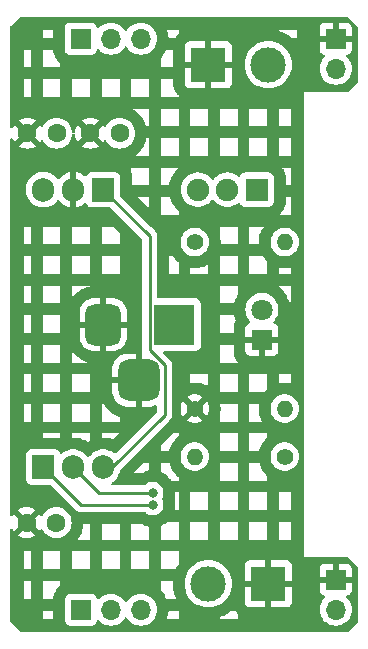
<source format=gbl>
%TF.GenerationSoftware,KiCad,Pcbnew,7.0.11*%
%TF.CreationDate,2024-05-20T00:03:04+02:00*%
%TF.ProjectId,Power supply,506f7765-7220-4737-9570-706c792e6b69,rev?*%
%TF.SameCoordinates,Original*%
%TF.FileFunction,Copper,L2,Bot*%
%TF.FilePolarity,Positive*%
%FSLAX46Y46*%
G04 Gerber Fmt 4.6, Leading zero omitted, Abs format (unit mm)*
G04 Created by KiCad (PCBNEW 7.0.11) date 2024-05-20 00:03:04*
%MOMM*%
%LPD*%
G01*
G04 APERTURE LIST*
G04 Aperture macros list*
%AMRoundRect*
0 Rectangle with rounded corners*
0 $1 Rounding radius*
0 $2 $3 $4 $5 $6 $7 $8 $9 X,Y pos of 4 corners*
0 Add a 4 corners polygon primitive as box body*
4,1,4,$2,$3,$4,$5,$6,$7,$8,$9,$2,$3,0*
0 Add four circle primitives for the rounded corners*
1,1,$1+$1,$2,$3*
1,1,$1+$1,$4,$5*
1,1,$1+$1,$6,$7*
1,1,$1+$1,$8,$9*
0 Add four rect primitives between the rounded corners*
20,1,$1+$1,$2,$3,$4,$5,0*
20,1,$1+$1,$4,$5,$6,$7,0*
20,1,$1+$1,$6,$7,$8,$9,0*
20,1,$1+$1,$8,$9,$2,$3,0*%
G04 Aperture macros list end*
%TA.AperFunction,ComponentPad*%
%ADD10R,1.905000X2.000000*%
%TD*%
%TA.AperFunction,ComponentPad*%
%ADD11O,1.905000X2.000000*%
%TD*%
%TA.AperFunction,ComponentPad*%
%ADD12R,1.900000X1.900000*%
%TD*%
%TA.AperFunction,ComponentPad*%
%ADD13C,1.900000*%
%TD*%
%TA.AperFunction,ComponentPad*%
%ADD14O,1.400000X1.400000*%
%TD*%
%TA.AperFunction,ComponentPad*%
%ADD15C,1.400000*%
%TD*%
%TA.AperFunction,ComponentPad*%
%ADD16C,3.000000*%
%TD*%
%TA.AperFunction,ComponentPad*%
%ADD17R,3.000000X3.000000*%
%TD*%
%TA.AperFunction,ComponentPad*%
%ADD18O,1.700000X1.700000*%
%TD*%
%TA.AperFunction,ComponentPad*%
%ADD19R,1.700000X1.700000*%
%TD*%
%TA.AperFunction,ComponentPad*%
%ADD20R,3.500000X3.500000*%
%TD*%
%TA.AperFunction,ComponentPad*%
%ADD21RoundRect,0.750000X-0.750000X-1.000000X0.750000X-1.000000X0.750000X1.000000X-0.750000X1.000000X0*%
%TD*%
%TA.AperFunction,ComponentPad*%
%ADD22RoundRect,0.875000X-0.875000X-0.875000X0.875000X-0.875000X0.875000X0.875000X-0.875000X0.875000X0*%
%TD*%
%TA.AperFunction,ComponentPad*%
%ADD23R,1.800000X1.800000*%
%TD*%
%TA.AperFunction,ComponentPad*%
%ADD24C,1.800000*%
%TD*%
%TA.AperFunction,ComponentPad*%
%ADD25C,1.600000*%
%TD*%
%TA.AperFunction,ViaPad*%
%ADD26C,0.800000*%
%TD*%
%TA.AperFunction,Conductor*%
%ADD27C,0.250000*%
%TD*%
G04 APERTURE END LIST*
D10*
%TO.P,U2,1,VI*%
%TO.N,/12V*%
X139065000Y-60960000D03*
D11*
%TO.P,U2,2,GND*%
%TO.N,GND*%
X136525000Y-60960000D03*
%TO.P,U2,3,VO*%
%TO.N,/5V*%
X133985000Y-60960000D03*
%TD*%
D10*
%TO.P,U1,1,ADJ*%
%TO.N,Net-(U1-ADJ)*%
X133985000Y-84455000D03*
D11*
%TO.P,U1,2,VO*%
%TO.N,/3.3V*%
X136525000Y-84455000D03*
%TO.P,U1,3,VI*%
%TO.N,/12V*%
X139065000Y-84455000D03*
%TD*%
D12*
%TO.P,S1,1*%
%TO.N,/12V*%
X152075000Y-60960000D03*
D13*
%TO.P,S1,2*%
%TO.N,/PWR_input*%
X149575000Y-60960000D03*
%TO.P,S1,3*%
%TO.N,unconnected-(S1-Pad3)*%
X147075000Y-60960000D03*
%TD*%
D14*
%TO.P,R3,2*%
%TO.N,Net-(U1-ADJ)*%
X154432000Y-79502000D03*
D15*
%TO.P,R3,1*%
%TO.N,GND*%
X146812000Y-79502000D03*
%TD*%
%TO.P,R2,1*%
%TO.N,Net-(U1-ADJ)*%
X154432000Y-83566000D03*
D14*
%TO.P,R2,2*%
%TO.N,/3.3V*%
X146812000Y-83566000D03*
%TD*%
D15*
%TO.P,R1,1*%
%TO.N,Net-(D1-A)*%
X146812000Y-65405000D03*
D14*
%TO.P,R1,2*%
%TO.N,/12V*%
X154432000Y-65405000D03*
%TD*%
D16*
%TO.P,J7,2,Pin_2*%
%TO.N,/PWR_output*%
X147955000Y-94330000D03*
D17*
%TO.P,J7,1,Pin_1*%
%TO.N,GND*%
X153035000Y-94330000D03*
%TD*%
D18*
%TO.P,J6,2,Pin_2*%
%TO.N,/PWR_output*%
X158750000Y-96520000D03*
D19*
%TO.P,J6,1,Pin_1*%
%TO.N,GND*%
X158750000Y-93980000D03*
%TD*%
%TO.P,J5,1,Pin_1*%
%TO.N,/3.3V*%
X137175000Y-96530000D03*
D18*
%TO.P,J5,2,Pin_2*%
%TO.N,/PWR_output*%
X139715000Y-96530000D03*
%TO.P,J5,3,Pin_3*%
%TO.N,/5V*%
X142255000Y-96530000D03*
%TD*%
D17*
%TO.P,J4,1,Pin_1*%
%TO.N,GND*%
X147955000Y-50383800D03*
D16*
%TO.P,J4,2,Pin_2*%
%TO.N,/PWR_output*%
X153035000Y-50383800D03*
%TD*%
D18*
%TO.P,J3,2,Pin_2*%
%TO.N,/PWR_output*%
X158750000Y-50723800D03*
D19*
%TO.P,J3,1,Pin_1*%
%TO.N,GND*%
X158750000Y-48183800D03*
%TD*%
%TO.P,J2,1,Pin_1*%
%TO.N,/3.3V*%
X137160000Y-48183800D03*
D18*
%TO.P,J2,2,Pin_2*%
%TO.N,/PWR_output*%
X139700000Y-48183800D03*
%TO.P,J2,3,Pin_3*%
%TO.N,/5V*%
X142240000Y-48183800D03*
%TD*%
D20*
%TO.P,J1,1*%
%TO.N,/PWR_input*%
X145065000Y-72390000D03*
D21*
%TO.P,J1,2*%
%TO.N,GND*%
X139065000Y-72390000D03*
D22*
%TO.P,J1,3*%
X142065000Y-77090000D03*
%TD*%
D23*
%TO.P,D1,1,K*%
%TO.N,GND*%
X152495000Y-73660000D03*
D24*
%TO.P,D1,2,A*%
%TO.N,Net-(D1-A)*%
X152495000Y-71120000D03*
%TD*%
D25*
%TO.P,C3,1*%
%TO.N,/5V*%
X135128000Y-56190000D03*
%TO.P,C3,2*%
%TO.N,GND*%
X132628000Y-56190000D03*
%TD*%
%TO.P,C2,1*%
%TO.N,/3.3V*%
X135088000Y-89154000D03*
%TO.P,C2,2*%
%TO.N,GND*%
X132588000Y-89154000D03*
%TD*%
%TO.P,C1,2*%
%TO.N,GND*%
X137962000Y-56190000D03*
%TO.P,C1,1*%
%TO.N,/12V*%
X140462000Y-56190000D03*
%TD*%
D26*
%TO.N,Net-(U1-ADJ)*%
X143256000Y-87630000D03*
%TO.N,/3.3V*%
X143256000Y-86614000D03*
%TD*%
D27*
%TO.N,Net-(U1-ADJ)*%
X137160000Y-87630000D02*
X133985000Y-84455000D01*
X143256000Y-87630000D02*
X137160000Y-87630000D01*
%TO.N,/3.3V*%
X143256000Y-86614000D02*
X138684000Y-86614000D01*
X138684000Y-86614000D02*
X136525000Y-84455000D01*
%TO.N,/12V*%
X139065000Y-60960000D02*
X142990000Y-64885000D01*
X142990000Y-64885000D02*
X142990000Y-74560646D01*
X144272000Y-75842646D02*
X144272000Y-80019305D01*
X139836305Y-84455000D02*
X139065000Y-84455000D01*
X142990000Y-74560646D02*
X144272000Y-75842646D01*
X144272000Y-80019305D02*
X139836305Y-84455000D01*
%TD*%
%TA.AperFunction,Conductor*%
%TO.N,GND*%
G36*
X159781677Y-46374685D02*
G01*
X159802319Y-46391319D01*
X160618681Y-47207681D01*
X160652166Y-47269004D01*
X160655000Y-47295362D01*
X160655000Y-51764638D01*
X160635315Y-51831677D01*
X160618681Y-51852319D01*
X159802319Y-52668681D01*
X159740996Y-52702166D01*
X159714638Y-52705000D01*
X156083000Y-52705000D01*
X156083000Y-92075000D01*
X159714638Y-92075000D01*
X159781677Y-92094685D01*
X159802319Y-92111319D01*
X160618681Y-92927681D01*
X160652166Y-92989004D01*
X160655000Y-93015362D01*
X160655000Y-97484638D01*
X160635315Y-97551677D01*
X160618681Y-97572319D01*
X159802319Y-98388681D01*
X159740996Y-98422166D01*
X159714638Y-98425000D01*
X132131362Y-98425000D01*
X132064323Y-98405315D01*
X132043681Y-98388681D01*
X131227319Y-97572319D01*
X131193834Y-97510996D01*
X131191000Y-97484638D01*
X131191000Y-97427870D01*
X135824500Y-97427870D01*
X135824501Y-97427876D01*
X135830908Y-97487483D01*
X135881202Y-97622328D01*
X135881206Y-97622335D01*
X135967452Y-97737544D01*
X135967455Y-97737547D01*
X136082664Y-97823793D01*
X136082671Y-97823797D01*
X136217517Y-97874091D01*
X136217516Y-97874091D01*
X136224444Y-97874835D01*
X136277127Y-97880500D01*
X138072872Y-97880499D01*
X138132483Y-97874091D01*
X138267331Y-97823796D01*
X138382546Y-97737546D01*
X138468796Y-97622331D01*
X138517810Y-97490916D01*
X138559681Y-97434984D01*
X138625145Y-97410566D01*
X138693418Y-97425417D01*
X138721673Y-97446569D01*
X138843599Y-97568495D01*
X138924199Y-97624932D01*
X139037165Y-97704032D01*
X139037167Y-97704033D01*
X139037170Y-97704035D01*
X139251337Y-97803903D01*
X139479592Y-97865063D01*
X139656034Y-97880500D01*
X139714999Y-97885659D01*
X139715000Y-97885659D01*
X139715001Y-97885659D01*
X139773966Y-97880500D01*
X139950408Y-97865063D01*
X140178663Y-97803903D01*
X140392830Y-97704035D01*
X140586401Y-97568495D01*
X140753495Y-97401401D01*
X140883425Y-97215842D01*
X140938002Y-97172217D01*
X141007500Y-97165023D01*
X141069855Y-97196546D01*
X141086575Y-97215842D01*
X141216500Y-97401395D01*
X141216505Y-97401401D01*
X141383599Y-97568495D01*
X141464199Y-97624932D01*
X141577165Y-97704032D01*
X141577167Y-97704033D01*
X141577170Y-97704035D01*
X141791337Y-97803903D01*
X142019592Y-97865063D01*
X142196034Y-97880500D01*
X142254999Y-97885659D01*
X142255000Y-97885659D01*
X142255001Y-97885659D01*
X142313966Y-97880500D01*
X142490408Y-97865063D01*
X142718663Y-97803903D01*
X142932830Y-97704035D01*
X143126401Y-97568495D01*
X143293495Y-97401401D01*
X143363797Y-97301000D01*
X144478556Y-97301000D01*
X145441000Y-97301000D01*
X148939000Y-97301000D01*
X150441000Y-97301000D01*
X150441000Y-96861325D01*
X150440876Y-96861192D01*
X150405796Y-96820707D01*
X150400243Y-96813816D01*
X150271345Y-96641632D01*
X150266297Y-96634362D01*
X150246141Y-96603000D01*
X149918458Y-96603000D01*
X149908463Y-96611660D01*
X149905066Y-96614499D01*
X149884224Y-96631293D01*
X149880732Y-96634005D01*
X149623137Y-96826838D01*
X149619550Y-96829425D01*
X149597570Y-96844687D01*
X149593893Y-96847144D01*
X149563917Y-96866411D01*
X149560147Y-96868740D01*
X149537102Y-96882414D01*
X149533253Y-96884606D01*
X149250806Y-97038834D01*
X149246882Y-97040887D01*
X149222918Y-97052882D01*
X149218921Y-97054794D01*
X149186505Y-97069596D01*
X149182449Y-97071361D01*
X149157728Y-97081600D01*
X149153611Y-97083220D01*
X148939000Y-97163265D01*
X148939000Y-97301000D01*
X145441000Y-97301000D01*
X145441000Y-96603000D01*
X144606084Y-96603000D01*
X144582367Y-96874084D01*
X144581778Y-96879461D01*
X144577507Y-96911904D01*
X144576684Y-96917251D01*
X144569121Y-96960146D01*
X144568066Y-96965454D01*
X144560981Y-96997412D01*
X144559695Y-97002666D01*
X144487259Y-97273008D01*
X144485744Y-97278205D01*
X144478556Y-97301000D01*
X143363797Y-97301000D01*
X143429035Y-97207830D01*
X143528903Y-96993663D01*
X143590063Y-96765408D01*
X143610659Y-96530000D01*
X143609784Y-96520000D01*
X157394341Y-96520000D01*
X157414936Y-96755403D01*
X157414938Y-96755413D01*
X157476094Y-96983655D01*
X157476096Y-96983659D01*
X157476097Y-96983663D01*
X157575366Y-97196546D01*
X157575965Y-97197830D01*
X157575967Y-97197834D01*
X157628605Y-97273008D01*
X157711505Y-97391401D01*
X157878599Y-97558495D01*
X157892885Y-97568498D01*
X158072165Y-97694032D01*
X158072167Y-97694033D01*
X158072170Y-97694035D01*
X158286337Y-97793903D01*
X158514592Y-97855063D01*
X158702918Y-97871539D01*
X158749999Y-97875659D01*
X158750000Y-97875659D01*
X158750001Y-97875659D01*
X158789234Y-97872226D01*
X158985408Y-97855063D01*
X159213663Y-97793903D01*
X159427830Y-97694035D01*
X159621401Y-97558495D01*
X159788495Y-97391401D01*
X159924035Y-97197830D01*
X160023903Y-96983663D01*
X160085063Y-96755408D01*
X160105659Y-96520000D01*
X160085063Y-96284592D01*
X160026584Y-96066344D01*
X160023905Y-96056344D01*
X160023904Y-96056343D01*
X160023903Y-96056337D01*
X159924035Y-95842171D01*
X159788495Y-95648599D01*
X159666179Y-95526283D01*
X159632696Y-95464963D01*
X159637680Y-95395271D01*
X159679551Y-95339337D01*
X159710529Y-95322422D01*
X159842086Y-95273354D01*
X159842093Y-95273350D01*
X159957187Y-95187190D01*
X159957190Y-95187187D01*
X160043350Y-95072093D01*
X160043354Y-95072086D01*
X160093596Y-94937379D01*
X160093598Y-94937372D01*
X160099999Y-94877844D01*
X160100000Y-94877827D01*
X160100000Y-94230000D01*
X159183686Y-94230000D01*
X159209493Y-94189844D01*
X159250000Y-94051889D01*
X159250000Y-93908111D01*
X159209493Y-93770156D01*
X159183686Y-93730000D01*
X160100000Y-93730000D01*
X160100000Y-93082172D01*
X160099999Y-93082155D01*
X160093598Y-93022627D01*
X160093596Y-93022620D01*
X160043354Y-92887913D01*
X160043350Y-92887906D01*
X159957190Y-92772812D01*
X159957187Y-92772809D01*
X159842093Y-92686649D01*
X159842086Y-92686645D01*
X159707379Y-92636403D01*
X159707372Y-92636401D01*
X159647844Y-92630000D01*
X159000000Y-92630000D01*
X159000000Y-93544498D01*
X158892315Y-93495320D01*
X158785763Y-93480000D01*
X158714237Y-93480000D01*
X158607685Y-93495320D01*
X158500000Y-93544498D01*
X158500000Y-92630000D01*
X157852155Y-92630000D01*
X157792627Y-92636401D01*
X157792620Y-92636403D01*
X157657913Y-92686645D01*
X157657906Y-92686649D01*
X157542812Y-92772809D01*
X157542809Y-92772812D01*
X157456649Y-92887906D01*
X157456645Y-92887913D01*
X157406403Y-93022620D01*
X157406401Y-93022627D01*
X157400000Y-93082155D01*
X157400000Y-93730000D01*
X158316314Y-93730000D01*
X158290507Y-93770156D01*
X158250000Y-93908111D01*
X158250000Y-94051889D01*
X158290507Y-94189844D01*
X158316314Y-94230000D01*
X157400000Y-94230000D01*
X157400000Y-94877844D01*
X157406401Y-94937372D01*
X157406403Y-94937379D01*
X157456645Y-95072086D01*
X157456649Y-95072093D01*
X157542809Y-95187187D01*
X157542812Y-95187190D01*
X157657906Y-95273350D01*
X157657913Y-95273354D01*
X157789470Y-95322421D01*
X157845403Y-95364292D01*
X157869821Y-95429756D01*
X157854970Y-95498029D01*
X157833819Y-95526284D01*
X157711503Y-95648600D01*
X157575965Y-95842169D01*
X157575964Y-95842171D01*
X157476098Y-96056335D01*
X157476094Y-96056344D01*
X157414938Y-96284586D01*
X157414936Y-96284596D01*
X157394341Y-96519999D01*
X157394341Y-96520000D01*
X143609784Y-96520000D01*
X143590063Y-96294592D01*
X143530445Y-96072093D01*
X143528905Y-96066344D01*
X143528904Y-96066343D01*
X143528903Y-96066337D01*
X143429035Y-95852171D01*
X143424536Y-95845745D01*
X143293494Y-95658597D01*
X143126402Y-95491506D01*
X143126395Y-95491501D01*
X143112119Y-95481505D01*
X143049518Y-95437671D01*
X142932834Y-95355967D01*
X142932830Y-95355965D01*
X142897171Y-95339337D01*
X142718663Y-95256097D01*
X142718659Y-95256096D01*
X142718655Y-95256094D01*
X142490413Y-95194938D01*
X142490403Y-95194936D01*
X142255001Y-95174341D01*
X142254999Y-95174341D01*
X142019596Y-95194936D01*
X142019586Y-95194938D01*
X141791344Y-95256094D01*
X141791335Y-95256098D01*
X141577171Y-95355964D01*
X141577169Y-95355965D01*
X141383597Y-95491505D01*
X141216505Y-95658597D01*
X141086575Y-95844158D01*
X141031998Y-95887783D01*
X140962500Y-95894977D01*
X140900145Y-95863454D01*
X140883425Y-95844158D01*
X140753494Y-95658597D01*
X140586402Y-95491506D01*
X140586395Y-95491501D01*
X140572119Y-95481505D01*
X140509518Y-95437671D01*
X140392834Y-95355967D01*
X140392830Y-95355965D01*
X140357171Y-95339337D01*
X140178663Y-95256097D01*
X140178659Y-95256096D01*
X140178655Y-95256094D01*
X139950413Y-95194938D01*
X139950403Y-95194936D01*
X139715001Y-95174341D01*
X139714999Y-95174341D01*
X139479596Y-95194936D01*
X139479586Y-95194938D01*
X139251344Y-95256094D01*
X139251335Y-95256098D01*
X139037171Y-95355964D01*
X139037169Y-95355965D01*
X138843600Y-95491503D01*
X138721673Y-95613430D01*
X138660350Y-95646914D01*
X138590658Y-95641930D01*
X138534725Y-95600058D01*
X138517810Y-95569081D01*
X138468797Y-95437671D01*
X138468793Y-95437664D01*
X138382547Y-95322455D01*
X138382544Y-95322452D01*
X138267335Y-95236206D01*
X138267328Y-95236202D01*
X138132482Y-95185908D01*
X138132483Y-95185908D01*
X138072883Y-95179501D01*
X138072881Y-95179500D01*
X138072873Y-95179500D01*
X138072864Y-95179500D01*
X136277129Y-95179500D01*
X136277123Y-95179501D01*
X136217516Y-95185908D01*
X136082671Y-95236202D01*
X136082664Y-95236206D01*
X135967455Y-95322452D01*
X135967452Y-95322455D01*
X135881206Y-95437664D01*
X135881202Y-95437671D01*
X135830908Y-95572517D01*
X135824501Y-95632116D01*
X135824500Y-95632135D01*
X135824500Y-97427870D01*
X131191000Y-97427870D01*
X131191000Y-96603000D01*
X133939000Y-96603000D01*
X133939000Y-97301000D01*
X134826501Y-97301000D01*
X134826500Y-96603000D01*
X133939000Y-96603000D01*
X131191000Y-96603000D01*
X131191000Y-94103000D01*
X132315000Y-94103000D01*
X132315000Y-95605000D01*
X132941000Y-95605000D01*
X132941000Y-94103000D01*
X133939000Y-94103000D01*
X133939000Y-95605000D01*
X134826825Y-95605000D01*
X134827084Y-95595327D01*
X134827217Y-95592007D01*
X134828649Y-95565320D01*
X134828871Y-95562011D01*
X134830481Y-95542018D01*
X134830792Y-95538715D01*
X134841962Y-95434825D01*
X134843029Y-95427157D01*
X134850936Y-95380971D01*
X134852481Y-95373381D01*
X134866826Y-95312670D01*
X134868842Y-95305191D01*
X134882450Y-95260328D01*
X134884929Y-95252988D01*
X134958587Y-95055498D01*
X134961975Y-95047318D01*
X134984233Y-94998581D01*
X134988195Y-94990667D01*
X135022372Y-94928077D01*
X135026890Y-94920463D01*
X135055854Y-94875396D01*
X135060902Y-94868126D01*
X135189886Y-94695827D01*
X135195439Y-94688936D01*
X135230519Y-94648451D01*
X135236551Y-94641972D01*
X135286972Y-94591551D01*
X135293451Y-94585519D01*
X135333936Y-94550439D01*
X135340826Y-94544886D01*
X135441000Y-94469894D01*
X135441000Y-94103000D01*
X143939000Y-94103000D01*
X143939000Y-94892719D01*
X144014590Y-94968309D01*
X144018330Y-94972216D01*
X144040449Y-94996354D01*
X144044020Y-95000426D01*
X144072018Y-95033795D01*
X144075403Y-95038012D01*
X144095323Y-95063973D01*
X144098521Y-95068335D01*
X144259040Y-95297581D01*
X144262046Y-95302080D01*
X144279628Y-95329679D01*
X144282433Y-95334301D01*
X144304212Y-95372022D01*
X144306814Y-95376765D01*
X144321930Y-95405801D01*
X144324324Y-95410655D01*
X144414949Y-95605000D01*
X145235663Y-95605000D01*
X145232118Y-95597918D01*
X145230206Y-95593921D01*
X145215404Y-95561505D01*
X145213639Y-95557449D01*
X145203400Y-95532728D01*
X145201780Y-95528611D01*
X145089334Y-95227131D01*
X145087864Y-95222963D01*
X145079416Y-95197585D01*
X145078094Y-95193364D01*
X145068052Y-95159174D01*
X145066879Y-95154900D01*
X145060248Y-95128924D01*
X145059229Y-95124612D01*
X144990821Y-94810145D01*
X144989956Y-94805798D01*
X144985198Y-94779419D01*
X144984490Y-94775046D01*
X144979421Y-94739772D01*
X144978870Y-94735387D01*
X144976011Y-94708790D01*
X144975617Y-94704383D01*
X144952662Y-94383425D01*
X144952425Y-94379006D01*
X144951469Y-94352245D01*
X144951390Y-94347818D01*
X144951390Y-94330001D01*
X145949390Y-94330001D01*
X145969804Y-94615433D01*
X146030628Y-94895037D01*
X146030630Y-94895043D01*
X146030631Y-94895046D01*
X146103345Y-95090000D01*
X146130635Y-95163166D01*
X146267770Y-95414309D01*
X146267775Y-95414317D01*
X146439254Y-95643387D01*
X146439270Y-95643405D01*
X146641594Y-95845729D01*
X146641612Y-95845745D01*
X146870682Y-96017224D01*
X146870690Y-96017229D01*
X147121833Y-96154364D01*
X147121832Y-96154364D01*
X147121836Y-96154365D01*
X147121839Y-96154367D01*
X147389954Y-96254369D01*
X147389960Y-96254370D01*
X147389962Y-96254371D01*
X147669566Y-96315195D01*
X147669568Y-96315195D01*
X147669572Y-96315196D01*
X147923220Y-96333337D01*
X147954999Y-96335610D01*
X147955000Y-96335610D01*
X147955001Y-96335610D01*
X147983595Y-96333564D01*
X148240428Y-96315196D01*
X148335144Y-96294592D01*
X148520037Y-96254371D01*
X148520037Y-96254370D01*
X148520046Y-96254369D01*
X148788161Y-96154367D01*
X149039315Y-96017226D01*
X149225508Y-95877844D01*
X151035000Y-95877844D01*
X151041401Y-95937372D01*
X151041403Y-95937379D01*
X151091645Y-96072086D01*
X151091649Y-96072093D01*
X151177809Y-96187187D01*
X151177812Y-96187190D01*
X151292906Y-96273350D01*
X151292913Y-96273354D01*
X151427620Y-96323596D01*
X151427627Y-96323598D01*
X151487155Y-96329999D01*
X151487172Y-96330000D01*
X152785000Y-96330000D01*
X152785000Y-95051802D01*
X152946169Y-95090000D01*
X153079267Y-95090000D01*
X153211461Y-95074549D01*
X153285000Y-95047782D01*
X153285000Y-96330000D01*
X154582828Y-96330000D01*
X154582844Y-96329999D01*
X154642372Y-96323598D01*
X154642379Y-96323596D01*
X154777086Y-96273354D01*
X154777093Y-96273350D01*
X154892187Y-96187190D01*
X154892190Y-96187187D01*
X154978350Y-96072093D01*
X154978354Y-96072086D01*
X155028596Y-95937379D01*
X155028598Y-95937372D01*
X155034999Y-95877844D01*
X155035000Y-95877827D01*
X155035000Y-94580000D01*
X153753483Y-94580000D01*
X153788549Y-94462871D01*
X153798879Y-94285509D01*
X153768029Y-94110546D01*
X153754853Y-94080000D01*
X155035000Y-94080000D01*
X155035000Y-92782172D01*
X155034999Y-92782155D01*
X155028598Y-92722627D01*
X155028596Y-92722620D01*
X154978354Y-92587913D01*
X154978350Y-92587906D01*
X154892190Y-92472812D01*
X154892187Y-92472809D01*
X154777093Y-92386649D01*
X154777086Y-92386645D01*
X154642379Y-92336403D01*
X154642372Y-92336401D01*
X154582844Y-92330000D01*
X153285000Y-92330000D01*
X153285000Y-93608197D01*
X153123831Y-93570000D01*
X152990733Y-93570000D01*
X152858539Y-93585451D01*
X152785000Y-93612217D01*
X152785000Y-92330000D01*
X151487155Y-92330000D01*
X151427627Y-92336401D01*
X151427620Y-92336403D01*
X151292913Y-92386645D01*
X151292906Y-92386649D01*
X151177812Y-92472809D01*
X151177809Y-92472812D01*
X151091649Y-92587906D01*
X151091645Y-92587913D01*
X151041403Y-92722620D01*
X151041401Y-92722627D01*
X151035000Y-92782155D01*
X151035000Y-94080000D01*
X152316517Y-94080000D01*
X152281451Y-94197129D01*
X152271121Y-94374491D01*
X152301971Y-94549454D01*
X152315147Y-94580000D01*
X151035000Y-94580000D01*
X151035000Y-95877844D01*
X149225508Y-95877844D01*
X149268395Y-95845739D01*
X149470739Y-95643395D01*
X149642226Y-95414315D01*
X149779367Y-95163161D01*
X149879369Y-94895046D01*
X149940196Y-94615428D01*
X149960610Y-94330000D01*
X149940196Y-94044572D01*
X149936358Y-94026930D01*
X149879371Y-93764962D01*
X149879370Y-93764960D01*
X149879369Y-93764954D01*
X149779367Y-93496839D01*
X149642226Y-93245685D01*
X149536911Y-93105000D01*
X149470745Y-93016612D01*
X149470729Y-93016594D01*
X149268405Y-92814270D01*
X149268387Y-92814254D01*
X149039317Y-92642775D01*
X149039309Y-92642770D01*
X148788166Y-92505635D01*
X148788167Y-92505635D01*
X148655760Y-92456250D01*
X148520046Y-92405631D01*
X148520043Y-92405630D01*
X148520037Y-92405628D01*
X148240433Y-92344804D01*
X147955001Y-92324390D01*
X147954999Y-92324390D01*
X147669566Y-92344804D01*
X147389962Y-92405628D01*
X147121833Y-92505635D01*
X146870690Y-92642770D01*
X146870682Y-92642775D01*
X146641612Y-92814254D01*
X146641594Y-92814270D01*
X146439270Y-93016594D01*
X146439254Y-93016612D01*
X146267775Y-93245682D01*
X146267770Y-93245690D01*
X146130635Y-93496833D01*
X146030628Y-93764962D01*
X145969804Y-94044566D01*
X145949390Y-94329998D01*
X145949390Y-94330001D01*
X144951390Y-94330001D01*
X144951390Y-94312182D01*
X144951469Y-94307755D01*
X144952425Y-94280994D01*
X144952662Y-94276575D01*
X144965076Y-94103000D01*
X143939000Y-94103000D01*
X135441000Y-94103000D01*
X133939000Y-94103000D01*
X132941000Y-94103000D01*
X132315000Y-94103000D01*
X131191000Y-94103000D01*
X131191000Y-91603000D01*
X132315000Y-91603000D01*
X132315000Y-93105000D01*
X132941000Y-93105000D01*
X132941000Y-91603000D01*
X133939000Y-91603000D01*
X133939000Y-93105000D01*
X135441000Y-93105000D01*
X135441000Y-91603000D01*
X136439000Y-91603000D01*
X136439000Y-93105000D01*
X137941000Y-93105000D01*
X137941000Y-91603000D01*
X138939000Y-91603000D01*
X138939000Y-93105000D01*
X140441000Y-93105000D01*
X140441000Y-91603000D01*
X141439000Y-91603000D01*
X141439000Y-93105000D01*
X142941000Y-93105000D01*
X142941000Y-91603000D01*
X143939000Y-91603000D01*
X143939000Y-93105000D01*
X145212625Y-93105000D01*
X145213639Y-93102551D01*
X145215404Y-93098495D01*
X145230206Y-93066079D01*
X145232118Y-93062082D01*
X145244113Y-93038118D01*
X145246166Y-93034194D01*
X145400394Y-92751747D01*
X145402586Y-92747898D01*
X145416260Y-92724853D01*
X145418589Y-92721083D01*
X145437856Y-92691107D01*
X145440313Y-92687430D01*
X145441000Y-92686440D01*
X145441000Y-91603000D01*
X143939000Y-91603000D01*
X142941000Y-91603000D01*
X141439000Y-91603000D01*
X140441000Y-91603000D01*
X138939000Y-91603000D01*
X137941000Y-91603000D01*
X136439000Y-91603000D01*
X135441000Y-91603000D01*
X133939000Y-91603000D01*
X132941000Y-91603000D01*
X132315000Y-91603000D01*
X131191000Y-91603000D01*
X131191000Y-90605000D01*
X136876650Y-90605000D01*
X137941000Y-90605000D01*
X137941000Y-89253500D01*
X138939000Y-89253500D01*
X138939000Y-90605000D01*
X140441000Y-90605000D01*
X140441000Y-89253500D01*
X141439000Y-89253500D01*
X141439000Y-90605000D01*
X142941000Y-90605000D01*
X143939000Y-90605000D01*
X145441000Y-90605000D01*
X145441000Y-89103000D01*
X146439000Y-89103000D01*
X146439000Y-90605000D01*
X147941000Y-90605000D01*
X147941000Y-89103000D01*
X148939000Y-89103000D01*
X148939000Y-90605000D01*
X150441000Y-90605000D01*
X150441000Y-89103000D01*
X151439000Y-89103000D01*
X151439000Y-90605000D01*
X152941000Y-90605000D01*
X152941000Y-89103000D01*
X153939000Y-89103000D01*
X153939000Y-90605000D01*
X154959000Y-90605000D01*
X154959000Y-89103000D01*
X153939000Y-89103000D01*
X152941000Y-89103000D01*
X151439000Y-89103000D01*
X150441000Y-89103000D01*
X148939000Y-89103000D01*
X147941000Y-89103000D01*
X146439000Y-89103000D01*
X145441000Y-89103000D01*
X144458510Y-89103000D01*
X144274187Y-89236918D01*
X144268834Y-89240597D01*
X144235877Y-89261998D01*
X144230342Y-89265390D01*
X144185070Y-89291526D01*
X144179364Y-89294624D01*
X144144383Y-89312446D01*
X144138528Y-89315238D01*
X143939000Y-89404075D01*
X143939000Y-90605000D01*
X142941000Y-90605000D01*
X142941000Y-89503957D01*
X142743140Y-89461902D01*
X142736828Y-89460387D01*
X142698895Y-89450223D01*
X142692674Y-89448380D01*
X142642954Y-89432227D01*
X142636829Y-89430058D01*
X142600148Y-89415977D01*
X142594151Y-89413493D01*
X142373472Y-89315238D01*
X142367617Y-89312446D01*
X142332636Y-89294624D01*
X142326930Y-89291526D01*
X142281658Y-89265390D01*
X142276123Y-89261998D01*
X142263036Y-89253500D01*
X141439000Y-89253500D01*
X140441000Y-89253500D01*
X138939000Y-89253500D01*
X137941000Y-89253500D01*
X137386575Y-89253500D01*
X137365939Y-89489367D01*
X137365350Y-89494744D01*
X137361079Y-89527188D01*
X137360256Y-89532535D01*
X137352693Y-89575430D01*
X137351638Y-89580737D01*
X137344553Y-89612696D01*
X137343267Y-89617951D01*
X137273095Y-89879841D01*
X137271580Y-89885038D01*
X137261731Y-89916273D01*
X137259990Y-89921401D01*
X137245089Y-89962333D01*
X137243130Y-89967371D01*
X137230611Y-89997592D01*
X137228433Y-90002541D01*
X137113857Y-90248249D01*
X137111463Y-90253103D01*
X137096347Y-90282139D01*
X137093746Y-90286880D01*
X137071968Y-90324601D01*
X137069160Y-90329228D01*
X137051578Y-90356825D01*
X137048574Y-90361321D01*
X136893074Y-90583401D01*
X136889877Y-90587761D01*
X136876650Y-90605000D01*
X131191000Y-90605000D01*
X131191000Y-89793514D01*
X131210685Y-89726475D01*
X131263489Y-89680720D01*
X131332647Y-89670776D01*
X131396203Y-89699801D01*
X131427383Y-89741110D01*
X131457866Y-89806482D01*
X131508974Y-89879472D01*
X132190046Y-89198400D01*
X132202835Y-89279148D01*
X132260359Y-89392045D01*
X132349955Y-89481641D01*
X132462852Y-89539165D01*
X132543599Y-89551953D01*
X131862526Y-90233025D01*
X131935513Y-90284132D01*
X131935521Y-90284136D01*
X132141668Y-90380264D01*
X132141682Y-90380269D01*
X132361389Y-90439139D01*
X132361400Y-90439141D01*
X132587998Y-90458966D01*
X132588002Y-90458966D01*
X132814599Y-90439141D01*
X132814610Y-90439139D01*
X133034317Y-90380269D01*
X133034331Y-90380264D01*
X133240478Y-90284136D01*
X133313471Y-90233024D01*
X132632400Y-89551953D01*
X132713148Y-89539165D01*
X132826045Y-89481641D01*
X132915641Y-89392045D01*
X132973165Y-89279148D01*
X132985953Y-89198400D01*
X133667024Y-89879471D01*
X133718134Y-89806481D01*
X133725340Y-89791028D01*
X133771511Y-89738587D01*
X133838704Y-89719433D01*
X133905585Y-89739646D01*
X133950105Y-89791022D01*
X133957430Y-89806730D01*
X133957432Y-89806734D01*
X134087954Y-89993141D01*
X134248858Y-90154045D01*
X134248861Y-90154047D01*
X134435266Y-90284568D01*
X134641504Y-90380739D01*
X134861308Y-90439635D01*
X135023230Y-90453801D01*
X135087998Y-90459468D01*
X135088000Y-90459468D01*
X135088002Y-90459468D01*
X135144673Y-90454509D01*
X135314692Y-90439635D01*
X135534496Y-90380739D01*
X135740734Y-90284568D01*
X135927139Y-90154047D01*
X136088047Y-89993139D01*
X136218568Y-89806734D01*
X136314739Y-89600496D01*
X136373635Y-89380692D01*
X136393468Y-89154000D01*
X136373635Y-88927308D01*
X136314739Y-88707504D01*
X136218568Y-88501266D01*
X136088047Y-88314861D01*
X136088045Y-88314858D01*
X135927141Y-88153954D01*
X135740734Y-88023432D01*
X135740732Y-88023431D01*
X135534497Y-87927261D01*
X135534488Y-87927258D01*
X135314697Y-87868366D01*
X135314693Y-87868365D01*
X135314692Y-87868365D01*
X135314691Y-87868364D01*
X135314686Y-87868364D01*
X135088002Y-87848532D01*
X135087998Y-87848532D01*
X134861313Y-87868364D01*
X134861302Y-87868366D01*
X134641511Y-87927258D01*
X134641502Y-87927261D01*
X134435267Y-88023431D01*
X134435265Y-88023432D01*
X134248858Y-88153954D01*
X134087954Y-88314858D01*
X133957432Y-88501265D01*
X133957429Y-88501270D01*
X133950104Y-88516979D01*
X133903929Y-88569417D01*
X133836735Y-88588566D01*
X133769855Y-88568347D01*
X133725341Y-88516973D01*
X133718133Y-88501515D01*
X133718132Y-88501513D01*
X133667025Y-88428526D01*
X132985953Y-89109598D01*
X132973165Y-89028852D01*
X132915641Y-88915955D01*
X132826045Y-88826359D01*
X132713148Y-88768835D01*
X132632401Y-88756046D01*
X133313472Y-88074974D01*
X133240478Y-88023863D01*
X133034331Y-87927735D01*
X133034317Y-87927730D01*
X132814610Y-87868860D01*
X132814599Y-87868858D01*
X132588002Y-87849034D01*
X132587998Y-87849034D01*
X132361400Y-87868858D01*
X132361389Y-87868860D01*
X132141682Y-87927730D01*
X132141673Y-87927734D01*
X131935516Y-88023866D01*
X131935512Y-88023868D01*
X131862526Y-88074973D01*
X131862526Y-88074974D01*
X132543599Y-88756046D01*
X132462852Y-88768835D01*
X132349955Y-88826359D01*
X132260359Y-88915955D01*
X132202835Y-89028852D01*
X132190046Y-89109598D01*
X131508974Y-88428526D01*
X131508973Y-88428526D01*
X131457868Y-88501512D01*
X131457866Y-88501516D01*
X131427382Y-88566890D01*
X131381209Y-88619329D01*
X131314016Y-88638481D01*
X131247135Y-88618265D01*
X131201800Y-88565100D01*
X131191000Y-88514485D01*
X131191000Y-85502870D01*
X132532000Y-85502870D01*
X132532001Y-85502876D01*
X132538408Y-85562483D01*
X132588702Y-85697328D01*
X132588706Y-85697335D01*
X132674952Y-85812544D01*
X132674955Y-85812547D01*
X132790164Y-85898793D01*
X132790171Y-85898797D01*
X132925017Y-85949091D01*
X132925016Y-85949091D01*
X132931944Y-85949835D01*
X132984627Y-85955500D01*
X134549546Y-85955499D01*
X134616585Y-85975184D01*
X134637227Y-85991818D01*
X136659197Y-88013788D01*
X136669022Y-88026051D01*
X136669243Y-88025869D01*
X136674211Y-88031874D01*
X136723222Y-88077899D01*
X136726021Y-88080612D01*
X136745522Y-88100114D01*
X136745526Y-88100117D01*
X136745529Y-88100120D01*
X136748702Y-88102581D01*
X136757574Y-88110159D01*
X136789418Y-88140062D01*
X136806976Y-88149714D01*
X136823233Y-88160393D01*
X136839064Y-88172673D01*
X136868803Y-88185542D01*
X136879152Y-88190021D01*
X136889641Y-88195160D01*
X136913457Y-88208252D01*
X136927908Y-88216197D01*
X136940523Y-88219435D01*
X136947305Y-88221177D01*
X136965719Y-88227481D01*
X136984104Y-88235438D01*
X137027261Y-88242273D01*
X137038656Y-88244632D01*
X137080981Y-88255500D01*
X137101016Y-88255500D01*
X137120413Y-88257026D01*
X137140196Y-88260160D01*
X137183675Y-88256050D01*
X137195344Y-88255500D01*
X142552252Y-88255500D01*
X142619291Y-88275185D01*
X142644400Y-88296526D01*
X142650126Y-88302885D01*
X142650130Y-88302889D01*
X142803265Y-88414148D01*
X142803270Y-88414151D01*
X142976192Y-88491142D01*
X142976197Y-88491144D01*
X143161354Y-88530500D01*
X143161355Y-88530500D01*
X143350644Y-88530500D01*
X143350646Y-88530500D01*
X143535803Y-88491144D01*
X143708730Y-88414151D01*
X143861871Y-88302888D01*
X143988533Y-88162216D01*
X144083179Y-87998284D01*
X144141674Y-87818256D01*
X144161460Y-87630000D01*
X144141674Y-87441744D01*
X144083179Y-87261716D01*
X144038308Y-87183997D01*
X144023267Y-87122000D01*
X145087141Y-87122000D01*
X145098907Y-87158208D01*
X145100751Y-87164435D01*
X145110920Y-87202388D01*
X145112436Y-87208704D01*
X145123303Y-87259839D01*
X145124486Y-87266219D01*
X145130628Y-87305002D01*
X145131475Y-87311437D01*
X145156725Y-87551677D01*
X145157234Y-87558147D01*
X145159290Y-87597372D01*
X145159460Y-87603863D01*
X145159460Y-87656137D01*
X145159290Y-87662628D01*
X145157234Y-87701853D01*
X145156725Y-87708323D01*
X145131475Y-87948563D01*
X145130628Y-87954998D01*
X145124486Y-87993781D01*
X145123303Y-88000161D01*
X145112436Y-88051296D01*
X145110920Y-88057612D01*
X145100751Y-88095565D01*
X145098907Y-88101791D01*
X145097864Y-88105000D01*
X145441000Y-88105000D01*
X145441000Y-86603000D01*
X146439000Y-86603000D01*
X146439000Y-88105000D01*
X147941000Y-88105000D01*
X147941000Y-86603000D01*
X148939000Y-86603000D01*
X148939000Y-88105000D01*
X150441000Y-88105000D01*
X150441000Y-86603000D01*
X151439000Y-86603000D01*
X151439000Y-88105000D01*
X152941000Y-88105000D01*
X152941000Y-86603000D01*
X153939000Y-86603000D01*
X153939000Y-88105000D01*
X154959000Y-88105000D01*
X154959000Y-86603000D01*
X153939000Y-86603000D01*
X152941000Y-86603000D01*
X151439000Y-86603000D01*
X150441000Y-86603000D01*
X148939000Y-86603000D01*
X147941000Y-86603000D01*
X146439000Y-86603000D01*
X145441000Y-86603000D01*
X145159460Y-86603000D01*
X145159460Y-86640137D01*
X145159290Y-86646628D01*
X145157234Y-86685853D01*
X145156725Y-86692323D01*
X145131475Y-86932563D01*
X145130628Y-86938998D01*
X145124486Y-86977781D01*
X145123303Y-86984161D01*
X145112436Y-87035296D01*
X145110920Y-87041612D01*
X145100751Y-87079565D01*
X145098907Y-87085792D01*
X145087141Y-87122000D01*
X144023267Y-87122000D01*
X144021836Y-87116100D01*
X144038308Y-87060002D01*
X144083179Y-86982284D01*
X144141674Y-86802256D01*
X144161460Y-86614000D01*
X144141674Y-86425744D01*
X144083179Y-86245716D01*
X143988533Y-86081784D01*
X143861871Y-85941112D01*
X143861870Y-85941111D01*
X143708734Y-85829851D01*
X143708729Y-85829848D01*
X143535807Y-85752857D01*
X143535802Y-85752855D01*
X143390001Y-85721865D01*
X143350646Y-85713500D01*
X143161354Y-85713500D01*
X143128897Y-85720398D01*
X142976197Y-85752855D01*
X142976192Y-85752857D01*
X142803270Y-85829848D01*
X142803265Y-85829851D01*
X142650130Y-85941110D01*
X142650126Y-85941114D01*
X142644400Y-85947474D01*
X142584913Y-85984121D01*
X142552252Y-85988500D01*
X139861636Y-85988500D01*
X139794597Y-85968815D01*
X139748842Y-85916011D01*
X139738898Y-85846853D01*
X139767923Y-85783297D01*
X139802619Y-85755445D01*
X139807405Y-85752855D01*
X139862439Y-85723072D01*
X140052463Y-85575171D01*
X140215551Y-85398010D01*
X140347255Y-85196422D01*
X140437581Y-84990500D01*
X141596776Y-84990500D01*
X142263036Y-84990500D01*
X142276123Y-84982002D01*
X142281658Y-84978610D01*
X142326930Y-84952474D01*
X142332636Y-84949376D01*
X142367617Y-84931554D01*
X142373472Y-84928762D01*
X142594151Y-84830507D01*
X142600148Y-84828023D01*
X142636829Y-84813942D01*
X142642954Y-84811773D01*
X142692674Y-84795620D01*
X142698895Y-84793777D01*
X142736828Y-84783613D01*
X142743140Y-84782098D01*
X142941000Y-84740042D01*
X142941000Y-84103000D01*
X143939000Y-84103000D01*
X143939000Y-84839924D01*
X144138528Y-84928762D01*
X144144383Y-84931554D01*
X144179364Y-84949376D01*
X144185070Y-84952474D01*
X144230342Y-84978610D01*
X144235877Y-84982002D01*
X144268834Y-85003403D01*
X144274187Y-85007082D01*
X144469626Y-85149076D01*
X144474779Y-85153029D01*
X144505302Y-85177747D01*
X144510235Y-85181961D01*
X144549083Y-85216939D01*
X144553793Y-85221409D01*
X144581569Y-85249185D01*
X144586038Y-85253894D01*
X144747677Y-85433412D01*
X144751892Y-85438346D01*
X144776606Y-85468864D01*
X144780557Y-85474013D01*
X144811286Y-85516305D01*
X144814965Y-85521658D01*
X144836364Y-85554609D01*
X144839756Y-85560146D01*
X144865652Y-85605000D01*
X145441000Y-85605000D01*
X148939000Y-85605000D01*
X150441000Y-85605000D01*
X150441000Y-84103000D01*
X151439000Y-84103000D01*
X151439000Y-85605000D01*
X152941000Y-85605000D01*
X152941000Y-85181703D01*
X152851627Y-85100229D01*
X152847484Y-85096273D01*
X152822976Y-85071765D01*
X152819019Y-85067621D01*
X152787948Y-85033537D01*
X152784188Y-85029217D01*
X152762050Y-85002557D01*
X152758494Y-84998067D01*
X152596626Y-84783719D01*
X152593281Y-84779070D01*
X152573700Y-84750486D01*
X152570573Y-84745687D01*
X152546293Y-84706475D01*
X152543391Y-84701536D01*
X152526523Y-84671253D01*
X152523851Y-84666185D01*
X152404112Y-84425719D01*
X152401675Y-84420528D01*
X152387664Y-84388792D01*
X152385470Y-84383494D01*
X152368813Y-84340485D01*
X152366871Y-84335105D01*
X152355869Y-84302277D01*
X152354176Y-84296808D01*
X152299033Y-84103000D01*
X151439000Y-84103000D01*
X150441000Y-84103000D01*
X148944967Y-84103000D01*
X148939000Y-84123972D01*
X148939000Y-85605000D01*
X145441000Y-85605000D01*
X145441000Y-85290387D01*
X145434451Y-85284949D01*
X145430129Y-85281188D01*
X145231627Y-85100229D01*
X145227484Y-85096273D01*
X145202976Y-85071765D01*
X145199019Y-85067621D01*
X145167948Y-85033537D01*
X145164188Y-85029217D01*
X145142050Y-85002557D01*
X145138494Y-84998067D01*
X144976626Y-84783719D01*
X144973281Y-84779070D01*
X144953700Y-84750486D01*
X144950573Y-84745687D01*
X144926293Y-84706475D01*
X144923391Y-84701536D01*
X144906523Y-84671253D01*
X144903851Y-84666185D01*
X144784112Y-84425719D01*
X144781675Y-84420528D01*
X144767664Y-84388792D01*
X144765470Y-84383494D01*
X144748813Y-84340485D01*
X144746871Y-84335105D01*
X144735869Y-84302277D01*
X144734176Y-84296808D01*
X144679033Y-84103000D01*
X143939000Y-84103000D01*
X142941000Y-84103000D01*
X142484276Y-84103000D01*
X141596776Y-84990500D01*
X140437581Y-84990500D01*
X140443983Y-84975905D01*
X140503095Y-84742476D01*
X140505636Y-84711801D01*
X140530789Y-84646618D01*
X140541524Y-84634369D01*
X141609893Y-83566000D01*
X145606357Y-83566000D01*
X145626884Y-83787535D01*
X145626885Y-83787537D01*
X145687769Y-84001523D01*
X145687775Y-84001538D01*
X145786938Y-84200683D01*
X145786943Y-84200691D01*
X145921020Y-84378238D01*
X146085437Y-84528123D01*
X146085439Y-84528125D01*
X146274595Y-84645245D01*
X146274596Y-84645245D01*
X146274599Y-84645247D01*
X146482060Y-84725618D01*
X146700757Y-84766500D01*
X146700759Y-84766500D01*
X146923241Y-84766500D01*
X146923243Y-84766500D01*
X147141940Y-84725618D01*
X147349401Y-84645247D01*
X147538562Y-84528124D01*
X147702981Y-84378236D01*
X147837058Y-84200689D01*
X147936229Y-84001528D01*
X147997115Y-83787536D01*
X148017643Y-83566000D01*
X153226357Y-83566000D01*
X153246884Y-83787535D01*
X153246885Y-83787537D01*
X153307769Y-84001523D01*
X153307775Y-84001538D01*
X153406938Y-84200683D01*
X153406943Y-84200691D01*
X153541020Y-84378238D01*
X153705437Y-84528123D01*
X153705439Y-84528125D01*
X153894595Y-84645245D01*
X153894596Y-84645245D01*
X153894599Y-84645247D01*
X154102060Y-84725618D01*
X154320757Y-84766500D01*
X154320759Y-84766500D01*
X154543241Y-84766500D01*
X154543243Y-84766500D01*
X154761940Y-84725618D01*
X154969401Y-84645247D01*
X155158562Y-84528124D01*
X155322981Y-84378236D01*
X155457058Y-84200689D01*
X155556229Y-84001528D01*
X155617115Y-83787536D01*
X155637643Y-83566000D01*
X155626241Y-83442956D01*
X155617115Y-83344464D01*
X155617114Y-83344462D01*
X155614373Y-83334829D01*
X155556229Y-83130472D01*
X155556224Y-83130461D01*
X155457061Y-82931316D01*
X155457056Y-82931308D01*
X155322979Y-82753761D01*
X155158562Y-82603876D01*
X155158560Y-82603874D01*
X154969404Y-82486754D01*
X154969398Y-82486752D01*
X154761940Y-82406382D01*
X154543243Y-82365500D01*
X154320757Y-82365500D01*
X154102060Y-82406382D01*
X153970864Y-82457207D01*
X153894601Y-82486752D01*
X153894595Y-82486754D01*
X153705439Y-82603874D01*
X153705437Y-82603876D01*
X153541020Y-82753761D01*
X153406943Y-82931308D01*
X153406938Y-82931316D01*
X153307775Y-83130461D01*
X153307769Y-83130476D01*
X153246885Y-83344462D01*
X153246884Y-83344464D01*
X153226357Y-83565999D01*
X153226357Y-83566000D01*
X148017643Y-83566000D01*
X148006241Y-83442956D01*
X147997115Y-83344464D01*
X147997114Y-83344462D01*
X147994373Y-83334829D01*
X147936229Y-83130472D01*
X147936224Y-83130461D01*
X147837061Y-82931316D01*
X147837056Y-82931308D01*
X147702979Y-82753761D01*
X147538562Y-82603876D01*
X147538560Y-82603874D01*
X147349404Y-82486754D01*
X147349398Y-82486752D01*
X147141940Y-82406382D01*
X146923243Y-82365500D01*
X146700757Y-82365500D01*
X146482060Y-82406382D01*
X146350864Y-82457207D01*
X146274601Y-82486752D01*
X146274595Y-82486754D01*
X146085439Y-82603874D01*
X146085437Y-82603876D01*
X145921020Y-82753761D01*
X145786943Y-82931308D01*
X145786938Y-82931316D01*
X145687775Y-83130461D01*
X145687769Y-83130476D01*
X145626885Y-83344462D01*
X145626884Y-83344464D01*
X145606357Y-83565999D01*
X145606357Y-83566000D01*
X141609893Y-83566000D01*
X142070893Y-83105000D01*
X143939000Y-83105000D01*
X144657839Y-83105000D01*
X144659234Y-83099067D01*
X144660674Y-83093524D01*
X144734176Y-82835192D01*
X144735869Y-82829723D01*
X144746871Y-82796895D01*
X144748813Y-82791515D01*
X144765470Y-82748506D01*
X144767664Y-82743208D01*
X144781675Y-82711472D01*
X144784112Y-82706281D01*
X144903851Y-82465815D01*
X144906523Y-82460747D01*
X144923391Y-82430464D01*
X144926293Y-82425525D01*
X144950573Y-82386313D01*
X144953700Y-82381514D01*
X144973281Y-82352930D01*
X144976626Y-82348281D01*
X145138494Y-82133933D01*
X145142050Y-82129443D01*
X145164188Y-82102783D01*
X145167948Y-82098463D01*
X145199019Y-82064379D01*
X145202976Y-82060235D01*
X145227484Y-82035727D01*
X145231627Y-82031771D01*
X145430129Y-81850812D01*
X145434451Y-81847051D01*
X145441000Y-81841612D01*
X145441000Y-81603000D01*
X148939000Y-81603000D01*
X148939000Y-83008026D01*
X148963326Y-83093524D01*
X148964766Y-83099067D01*
X148966161Y-83105000D01*
X150441000Y-83105000D01*
X150441000Y-81603000D01*
X151439000Y-81603000D01*
X151439000Y-83105000D01*
X152277839Y-83105000D01*
X152279234Y-83099067D01*
X152280674Y-83093524D01*
X152354176Y-82835192D01*
X152355869Y-82829723D01*
X152366871Y-82796895D01*
X152368813Y-82791515D01*
X152385470Y-82748506D01*
X152387664Y-82743208D01*
X152401675Y-82711472D01*
X152404112Y-82706281D01*
X152523851Y-82465815D01*
X152526523Y-82460747D01*
X152543391Y-82430464D01*
X152546293Y-82425525D01*
X152570573Y-82386313D01*
X152573700Y-82381514D01*
X152593281Y-82352930D01*
X152596626Y-82348281D01*
X152758494Y-82133933D01*
X152762050Y-82129443D01*
X152784188Y-82102783D01*
X152787948Y-82098463D01*
X152819019Y-82064379D01*
X152822976Y-82060235D01*
X152847484Y-82035727D01*
X152851626Y-82031771D01*
X152941000Y-81950295D01*
X152941000Y-81603000D01*
X151439000Y-81603000D01*
X150441000Y-81603000D01*
X148939000Y-81603000D01*
X145441000Y-81603000D01*
X144984277Y-81603000D01*
X143939000Y-82648276D01*
X143939000Y-83105000D01*
X142070893Y-83105000D01*
X144655788Y-80520106D01*
X144668042Y-80510291D01*
X144667859Y-80510069D01*
X144669296Y-80508880D01*
X146158672Y-80508880D01*
X146274821Y-80580797D01*
X146274822Y-80580798D01*
X146482195Y-80661134D01*
X146700807Y-80702000D01*
X146923193Y-80702000D01*
X147141809Y-80661133D01*
X147286704Y-80605000D01*
X148939000Y-80605000D01*
X150441000Y-80605000D01*
X150441000Y-79103000D01*
X151439000Y-79103000D01*
X151439000Y-80605000D01*
X152525335Y-80605000D01*
X152523851Y-80602185D01*
X152404112Y-80361719D01*
X152401675Y-80356528D01*
X152387664Y-80324792D01*
X152385470Y-80319494D01*
X152368813Y-80276485D01*
X152366871Y-80271105D01*
X152355869Y-80238277D01*
X152354176Y-80232808D01*
X152280674Y-79974476D01*
X152279234Y-79968933D01*
X152271301Y-79935205D01*
X152270119Y-79929602D01*
X152261643Y-79884266D01*
X152260720Y-79878609D01*
X152255931Y-79844276D01*
X152255271Y-79838587D01*
X152230486Y-79571121D01*
X152230089Y-79565404D01*
X152228489Y-79530786D01*
X152228357Y-79525061D01*
X152228357Y-79502000D01*
X153226357Y-79502000D01*
X153246884Y-79723535D01*
X153246885Y-79723537D01*
X153307769Y-79937523D01*
X153307775Y-79937538D01*
X153406938Y-80136683D01*
X153406943Y-80136691D01*
X153541020Y-80314238D01*
X153705437Y-80464123D01*
X153705439Y-80464125D01*
X153894595Y-80581245D01*
X153894596Y-80581245D01*
X153894599Y-80581247D01*
X154102060Y-80661618D01*
X154320757Y-80702500D01*
X154320759Y-80702500D01*
X154543241Y-80702500D01*
X154543243Y-80702500D01*
X154761940Y-80661618D01*
X154969401Y-80581247D01*
X155158562Y-80464124D01*
X155322981Y-80314236D01*
X155457058Y-80136689D01*
X155556229Y-79937528D01*
X155617115Y-79723536D01*
X155637643Y-79502000D01*
X155617115Y-79280464D01*
X155556229Y-79066472D01*
X155556224Y-79066461D01*
X155457061Y-78867316D01*
X155457056Y-78867308D01*
X155322979Y-78689761D01*
X155158562Y-78539876D01*
X155158560Y-78539874D01*
X154969404Y-78422754D01*
X154969398Y-78422752D01*
X154761940Y-78342382D01*
X154543243Y-78301500D01*
X154320757Y-78301500D01*
X154102060Y-78342382D01*
X153970864Y-78393207D01*
X153894601Y-78422752D01*
X153894595Y-78422754D01*
X153705439Y-78539874D01*
X153705437Y-78539876D01*
X153541020Y-78689761D01*
X153406943Y-78867308D01*
X153406938Y-78867316D01*
X153307775Y-79066461D01*
X153307769Y-79066476D01*
X153246885Y-79280462D01*
X153246884Y-79280464D01*
X153226357Y-79501999D01*
X153226357Y-79502000D01*
X152228357Y-79502000D01*
X152228357Y-79478939D01*
X152228489Y-79473214D01*
X152230089Y-79438596D01*
X152230486Y-79432879D01*
X152255271Y-79165413D01*
X152255931Y-79159724D01*
X152260720Y-79125391D01*
X152261643Y-79119734D01*
X152264772Y-79103000D01*
X151439000Y-79103000D01*
X150441000Y-79103000D01*
X148978717Y-79103000D01*
X148981863Y-79119825D01*
X148982786Y-79125483D01*
X148987575Y-79159815D01*
X148988235Y-79165505D01*
X149013011Y-79432878D01*
X149013408Y-79438591D01*
X149015009Y-79473211D01*
X149015141Y-79478939D01*
X149015141Y-79525061D01*
X149015009Y-79530789D01*
X149013408Y-79565409D01*
X149013011Y-79571122D01*
X148988235Y-79838495D01*
X148987575Y-79844185D01*
X148982786Y-79878517D01*
X148981863Y-79884175D01*
X148973387Y-79929510D01*
X148972205Y-79935111D01*
X148964273Y-79968836D01*
X148962834Y-79974380D01*
X148939000Y-80058148D01*
X148939000Y-80605000D01*
X147286704Y-80605000D01*
X147349168Y-80580801D01*
X147349181Y-80580795D01*
X147465326Y-80508879D01*
X146812001Y-79855553D01*
X146812000Y-79855553D01*
X146158672Y-80508879D01*
X146158672Y-80508880D01*
X144669296Y-80508880D01*
X144673868Y-80505096D01*
X144673877Y-80505091D01*
X144719949Y-80456027D01*
X144722566Y-80453328D01*
X144742120Y-80433776D01*
X144744576Y-80430608D01*
X144752156Y-80421732D01*
X144782062Y-80389887D01*
X144791715Y-80372325D01*
X144802389Y-80356075D01*
X144814673Y-80340241D01*
X144832019Y-80300155D01*
X144837157Y-80289667D01*
X144858196Y-80251398D01*
X144858197Y-80251397D01*
X144863177Y-80231996D01*
X144869478Y-80213593D01*
X144877438Y-80195201D01*
X144884272Y-80152046D01*
X144886635Y-80140636D01*
X144897500Y-80098324D01*
X144897500Y-80078288D01*
X144899027Y-80058887D01*
X144902160Y-80039109D01*
X144898050Y-79995629D01*
X144897500Y-79983960D01*
X144897500Y-79502000D01*
X145606859Y-79502000D01*
X145627378Y-79723439D01*
X145688240Y-79937350D01*
X145787369Y-80136428D01*
X145803137Y-80157308D01*
X145803138Y-80157308D01*
X146429145Y-79531302D01*
X146458372Y-79531302D01*
X146487047Y-79644538D01*
X146550936Y-79742327D01*
X146643115Y-79814072D01*
X146753595Y-79852000D01*
X146841005Y-79852000D01*
X146927216Y-79837614D01*
X147029947Y-79782019D01*
X147109060Y-79696079D01*
X147155982Y-79589108D01*
X147163200Y-79502000D01*
X147165553Y-79502000D01*
X147820861Y-80157308D01*
X147836631Y-80136425D01*
X147836633Y-80136422D01*
X147935759Y-79937350D01*
X147996621Y-79723439D01*
X148017141Y-79502000D01*
X148017141Y-79501999D01*
X147996621Y-79280560D01*
X147935759Y-79066649D01*
X147836635Y-78867580D01*
X147836630Y-78867572D01*
X147820860Y-78846690D01*
X147165553Y-79501999D01*
X147165553Y-79502000D01*
X147163200Y-79502000D01*
X147165628Y-79472698D01*
X147136953Y-79359462D01*
X147073064Y-79261673D01*
X146980885Y-79189928D01*
X146870405Y-79152000D01*
X146782995Y-79152000D01*
X146696784Y-79166386D01*
X146594053Y-79221981D01*
X146514940Y-79307921D01*
X146468018Y-79414892D01*
X146458372Y-79531302D01*
X146429145Y-79531302D01*
X146458447Y-79502000D01*
X145803138Y-78846691D01*
X145803137Y-78846691D01*
X145787368Y-78867574D01*
X145688240Y-79066649D01*
X145627378Y-79280560D01*
X145606859Y-79501999D01*
X145606859Y-79502000D01*
X144897500Y-79502000D01*
X144897500Y-78495119D01*
X146158671Y-78495119D01*
X146812000Y-79148447D01*
X146812001Y-79148447D01*
X147465327Y-78495119D01*
X147349178Y-78423202D01*
X147349177Y-78423201D01*
X147141804Y-78342865D01*
X146923193Y-78302000D01*
X146700807Y-78302000D01*
X146482195Y-78342865D01*
X146274824Y-78423200D01*
X146274823Y-78423201D01*
X146158671Y-78495119D01*
X144897500Y-78495119D01*
X144897500Y-76603000D01*
X146439000Y-76603000D01*
X146439000Y-77335651D01*
X146540090Y-77316755D01*
X146545744Y-77315833D01*
X146580062Y-77311046D01*
X146585750Y-77310386D01*
X146631673Y-77306130D01*
X146637388Y-77305733D01*
X146672012Y-77304132D01*
X146677740Y-77304000D01*
X146946260Y-77304000D01*
X146951988Y-77304132D01*
X146986612Y-77305733D01*
X146992327Y-77306130D01*
X147038250Y-77310386D01*
X147043938Y-77311046D01*
X147078256Y-77315833D01*
X147083910Y-77316755D01*
X147347840Y-77366092D01*
X147353440Y-77367274D01*
X147387154Y-77375202D01*
X147392696Y-77376640D01*
X147437058Y-77389259D01*
X147442534Y-77390955D01*
X147475416Y-77401975D01*
X147480807Y-77403921D01*
X147731203Y-77500925D01*
X147736495Y-77503118D01*
X147768202Y-77517118D01*
X147773391Y-77519553D01*
X147814678Y-77540113D01*
X147819742Y-77542783D01*
X147850017Y-77559646D01*
X147854956Y-77562548D01*
X147941000Y-77615824D01*
X147941000Y-76603000D01*
X148939000Y-76603000D01*
X148939000Y-78105000D01*
X150441000Y-78105000D01*
X150441000Y-76603000D01*
X151439000Y-76603000D01*
X151439000Y-78105000D01*
X152732012Y-78105000D01*
X152758494Y-78069933D01*
X152762050Y-78065443D01*
X152784188Y-78038783D01*
X152787948Y-78034463D01*
X152819019Y-78000379D01*
X152822976Y-77996235D01*
X152847484Y-77971727D01*
X152851626Y-77967771D01*
X152941000Y-77886295D01*
X152941000Y-76603000D01*
X153939000Y-76603000D01*
X153939000Y-77357575D01*
X154160040Y-77316256D01*
X154165693Y-77315334D01*
X154200016Y-77310546D01*
X154205706Y-77309886D01*
X154251632Y-77305630D01*
X154257346Y-77305233D01*
X154291967Y-77303632D01*
X154297695Y-77303500D01*
X154566305Y-77303500D01*
X154572033Y-77303632D01*
X154606654Y-77305233D01*
X154612368Y-77305630D01*
X154658294Y-77309886D01*
X154663984Y-77310546D01*
X154698307Y-77315334D01*
X154703960Y-77316256D01*
X154959000Y-77363931D01*
X154959000Y-76603000D01*
X153939000Y-76603000D01*
X152941000Y-76603000D01*
X151439000Y-76603000D01*
X150441000Y-76603000D01*
X148939000Y-76603000D01*
X147941000Y-76603000D01*
X146439000Y-76603000D01*
X144897500Y-76603000D01*
X144897500Y-75925388D01*
X144899224Y-75909768D01*
X144898939Y-75909742D01*
X144899671Y-75901986D01*
X144899673Y-75901979D01*
X144897561Y-75834772D01*
X144897500Y-75830877D01*
X144897500Y-75803300D01*
X144897500Y-75803296D01*
X144896996Y-75799311D01*
X144896080Y-75787667D01*
X144894709Y-75744019D01*
X144889122Y-75724790D01*
X144885174Y-75705730D01*
X144882663Y-75685850D01*
X144866588Y-75645250D01*
X144862804Y-75634198D01*
X144850618Y-75592255D01*
X144850616Y-75592252D01*
X144840423Y-75575017D01*
X144831861Y-75557540D01*
X144824487Y-75538915D01*
X144802907Y-75509213D01*
X144798811Y-75503576D01*
X144792405Y-75493823D01*
X144770170Y-75456226D01*
X144770168Y-75456224D01*
X144770165Y-75456220D01*
X144756006Y-75442061D01*
X144743368Y-75427265D01*
X144731594Y-75411059D01*
X144697940Y-75383218D01*
X144689299Y-75375355D01*
X144166125Y-74852180D01*
X144132640Y-74790857D01*
X144137624Y-74721165D01*
X144179496Y-74665232D01*
X144244960Y-74640815D01*
X144253806Y-74640499D01*
X146862871Y-74640499D01*
X146862872Y-74640499D01*
X146922483Y-74634091D01*
X147057331Y-74583796D01*
X147172546Y-74497546D01*
X147258796Y-74382331D01*
X147309091Y-74247483D01*
X147315500Y-74187873D01*
X147315500Y-74103000D01*
X148939000Y-74103000D01*
X148939000Y-75605000D01*
X150441000Y-75605000D01*
X150441000Y-75518110D01*
X150331345Y-75371632D01*
X150326297Y-75364362D01*
X150297333Y-75319295D01*
X150292815Y-75311681D01*
X150258638Y-75249091D01*
X150254677Y-75241177D01*
X150232419Y-75192441D01*
X150229030Y-75184261D01*
X150155421Y-74986904D01*
X150152942Y-74979564D01*
X150139332Y-74934695D01*
X150137315Y-74927212D01*
X150122972Y-74866501D01*
X150121428Y-74858916D01*
X150113522Y-74812738D01*
X150112455Y-74805069D01*
X150101289Y-74701217D01*
X150100977Y-74697905D01*
X150099364Y-74677856D01*
X150099142Y-74674542D01*
X150097713Y-74647855D01*
X150097580Y-74644539D01*
X150097044Y-74624491D01*
X150097000Y-74621177D01*
X150097000Y-74103000D01*
X148939000Y-74103000D01*
X147315500Y-74103000D01*
X147315499Y-71603000D01*
X148939000Y-71603000D01*
X148939000Y-73105000D01*
X150097000Y-73105000D01*
X150097000Y-72698823D01*
X150097044Y-72695509D01*
X150097580Y-72675461D01*
X150097713Y-72672145D01*
X150099142Y-72645458D01*
X150099364Y-72642144D01*
X150100977Y-72622095D01*
X150101289Y-72618783D01*
X150112455Y-72514931D01*
X150113522Y-72507262D01*
X150121428Y-72461084D01*
X150122972Y-72453499D01*
X150137315Y-72392788D01*
X150139332Y-72385305D01*
X150152942Y-72340436D01*
X150155421Y-72333096D01*
X150229030Y-72135739D01*
X150232419Y-72127559D01*
X150254677Y-72078823D01*
X150258638Y-72070909D01*
X150277698Y-72036003D01*
X150243616Y-71958303D01*
X150241655Y-71953570D01*
X150230387Y-71924694D01*
X150228624Y-71919883D01*
X150215224Y-71880854D01*
X150213660Y-71875974D01*
X150204809Y-71846248D01*
X150203447Y-71841302D01*
X150143100Y-71603000D01*
X148939000Y-71603000D01*
X147315499Y-71603000D01*
X147315499Y-71120006D01*
X151089700Y-71120006D01*
X151108864Y-71351297D01*
X151108866Y-71351308D01*
X151165842Y-71576300D01*
X151259075Y-71788848D01*
X151386018Y-71983150D01*
X151481167Y-72086510D01*
X151512089Y-72149164D01*
X151504228Y-72218590D01*
X151460081Y-72272746D01*
X151433271Y-72286674D01*
X151352911Y-72316646D01*
X151352906Y-72316649D01*
X151237812Y-72402809D01*
X151237809Y-72402812D01*
X151151649Y-72517906D01*
X151151645Y-72517913D01*
X151101403Y-72652620D01*
X151101401Y-72652627D01*
X151095000Y-72712155D01*
X151095000Y-73410000D01*
X152119722Y-73410000D01*
X152071375Y-73493740D01*
X152041190Y-73625992D01*
X152051327Y-73761265D01*
X152100887Y-73887541D01*
X152118797Y-73910000D01*
X151095000Y-73910000D01*
X151095000Y-74607844D01*
X151101401Y-74667372D01*
X151101403Y-74667379D01*
X151151645Y-74802086D01*
X151151649Y-74802093D01*
X151237809Y-74917187D01*
X151237812Y-74917190D01*
X151352906Y-75003350D01*
X151352913Y-75003354D01*
X151487620Y-75053596D01*
X151487627Y-75053598D01*
X151547155Y-75059999D01*
X151547172Y-75060000D01*
X152245000Y-75060000D01*
X152245000Y-74034189D01*
X152297547Y-74070016D01*
X152427173Y-74110000D01*
X152528724Y-74110000D01*
X152629138Y-74094865D01*
X152745000Y-74039068D01*
X152745000Y-75060000D01*
X153442828Y-75060000D01*
X153442844Y-75059999D01*
X153502372Y-75053598D01*
X153502379Y-75053596D01*
X153637086Y-75003354D01*
X153637093Y-75003350D01*
X153752187Y-74917190D01*
X153752190Y-74917187D01*
X153838350Y-74802093D01*
X153838354Y-74802086D01*
X153888596Y-74667379D01*
X153888598Y-74667372D01*
X153894999Y-74607844D01*
X153895000Y-74607827D01*
X153895000Y-73910000D01*
X152870278Y-73910000D01*
X152918625Y-73826260D01*
X152948810Y-73694008D01*
X152938673Y-73558735D01*
X152889113Y-73432459D01*
X152871203Y-73410000D01*
X153895000Y-73410000D01*
X153895000Y-72712172D01*
X153894999Y-72712155D01*
X153888598Y-72652627D01*
X153888596Y-72652620D01*
X153838354Y-72517913D01*
X153838350Y-72517906D01*
X153752190Y-72402812D01*
X153752187Y-72402809D01*
X153637093Y-72316649D01*
X153637086Y-72316645D01*
X153556729Y-72286674D01*
X153500795Y-72244803D01*
X153476378Y-72179338D01*
X153491230Y-72111065D01*
X153508826Y-72086516D01*
X153603979Y-71983153D01*
X153730924Y-71788849D01*
X153824157Y-71576300D01*
X153881134Y-71351305D01*
X153883247Y-71325803D01*
X153900300Y-71120006D01*
X153900300Y-71119993D01*
X153881135Y-70888702D01*
X153881133Y-70888691D01*
X153824157Y-70663699D01*
X153730924Y-70451151D01*
X153603983Y-70256852D01*
X153603980Y-70256849D01*
X153603979Y-70256847D01*
X153446784Y-70086087D01*
X153446779Y-70086083D01*
X153446777Y-70086081D01*
X153263634Y-69943535D01*
X153263628Y-69943531D01*
X153059504Y-69833064D01*
X153059495Y-69833061D01*
X152839984Y-69757702D01*
X152668282Y-69729050D01*
X152611049Y-69719500D01*
X152378951Y-69719500D01*
X152333164Y-69727140D01*
X152150015Y-69757702D01*
X151930504Y-69833061D01*
X151930495Y-69833064D01*
X151726371Y-69943531D01*
X151726365Y-69943535D01*
X151543222Y-70086081D01*
X151543219Y-70086084D01*
X151386016Y-70256852D01*
X151259075Y-70451151D01*
X151165842Y-70663699D01*
X151108866Y-70888691D01*
X151108864Y-70888702D01*
X151089700Y-71119993D01*
X151089700Y-71120006D01*
X147315499Y-71120006D01*
X147315499Y-70592128D01*
X147309091Y-70532517D01*
X147278743Y-70451151D01*
X147258797Y-70397671D01*
X147258793Y-70397664D01*
X147172547Y-70282455D01*
X147172544Y-70282452D01*
X147057335Y-70196206D01*
X147057328Y-70196202D01*
X146922482Y-70145908D01*
X146922483Y-70145908D01*
X146862883Y-70139501D01*
X146862881Y-70139500D01*
X146862873Y-70139500D01*
X146862865Y-70139500D01*
X143739500Y-70139500D01*
X143672461Y-70119815D01*
X143626706Y-70067011D01*
X143615500Y-70015500D01*
X143615500Y-69103000D01*
X148939000Y-69103000D01*
X148939000Y-70605000D01*
X150151204Y-70605000D01*
X150203447Y-70398698D01*
X150204809Y-70393752D01*
X150213660Y-70364026D01*
X150215224Y-70359146D01*
X150228624Y-70320117D01*
X150230387Y-70315306D01*
X150241655Y-70286430D01*
X150243616Y-70281697D01*
X150353422Y-70031363D01*
X150355579Y-70026709D01*
X150369199Y-69998851D01*
X150371542Y-69994299D01*
X150391181Y-69958008D01*
X150393715Y-69953549D01*
X150409586Y-69926915D01*
X150412299Y-69922569D01*
X150441000Y-69878638D01*
X150441000Y-69103000D01*
X153939000Y-69103000D01*
X153939000Y-69204526D01*
X154076055Y-69311201D01*
X154080034Y-69314433D01*
X154103704Y-69334481D01*
X154107547Y-69337874D01*
X154137905Y-69365822D01*
X154141603Y-69369371D01*
X154163521Y-69391290D01*
X154167068Y-69394986D01*
X154352195Y-69596089D01*
X154355584Y-69599927D01*
X154375602Y-69623560D01*
X154378829Y-69627534D01*
X154404177Y-69660095D01*
X154407246Y-69664209D01*
X154425284Y-69689471D01*
X154428178Y-69693706D01*
X154577701Y-69922568D01*
X154580414Y-69926915D01*
X154596285Y-69953549D01*
X154598819Y-69958008D01*
X154618458Y-69994299D01*
X154620801Y-69998851D01*
X154634421Y-70026709D01*
X154636578Y-70031363D01*
X154746384Y-70281697D01*
X154748345Y-70286430D01*
X154759613Y-70315306D01*
X154761376Y-70320117D01*
X154774776Y-70359146D01*
X154776340Y-70364026D01*
X154785191Y-70393752D01*
X154786553Y-70398698D01*
X154838796Y-70605000D01*
X154959000Y-70605000D01*
X154959000Y-69103000D01*
X153939000Y-69103000D01*
X150441000Y-69103000D01*
X148939000Y-69103000D01*
X143615500Y-69103000D01*
X143615500Y-66603000D01*
X144613500Y-66603000D01*
X144613500Y-68105000D01*
X145441000Y-68105000D01*
X146439000Y-68105000D01*
X147941000Y-68105000D01*
X147941000Y-67291762D01*
X147855179Y-67344900D01*
X147850243Y-67347801D01*
X147819984Y-67364656D01*
X147814920Y-67367326D01*
X147773635Y-67387886D01*
X147768447Y-67390321D01*
X147736726Y-67404328D01*
X147731431Y-67406522D01*
X147480957Y-67503555D01*
X147475572Y-67505499D01*
X147442722Y-67516510D01*
X147437248Y-67518205D01*
X147392888Y-67530827D01*
X147387346Y-67532267D01*
X147353604Y-67540204D01*
X147347996Y-67541387D01*
X147083960Y-67590744D01*
X147078307Y-67591666D01*
X147043984Y-67596454D01*
X147038294Y-67597114D01*
X146992368Y-67601370D01*
X146986654Y-67601767D01*
X146952033Y-67603368D01*
X146946305Y-67603500D01*
X146677695Y-67603500D01*
X146671967Y-67603368D01*
X146637346Y-67601767D01*
X146631632Y-67601370D01*
X146585706Y-67597114D01*
X146580016Y-67596454D01*
X146545693Y-67591666D01*
X146540040Y-67590744D01*
X146439000Y-67571856D01*
X146439000Y-68105000D01*
X145441000Y-68105000D01*
X145441000Y-67129387D01*
X145434451Y-67123949D01*
X145430129Y-67120188D01*
X145231627Y-66939229D01*
X145227484Y-66935273D01*
X145202976Y-66910765D01*
X145199019Y-66906621D01*
X145167948Y-66872537D01*
X145164188Y-66868217D01*
X145142050Y-66841557D01*
X145138494Y-66837067D01*
X144976626Y-66622719D01*
X144973281Y-66618070D01*
X144962958Y-66603000D01*
X144613500Y-66603000D01*
X143615500Y-66603000D01*
X143615500Y-65405000D01*
X145606357Y-65405000D01*
X145626884Y-65626535D01*
X145626885Y-65626537D01*
X145687769Y-65840523D01*
X145687775Y-65840538D01*
X145786938Y-66039683D01*
X145786943Y-66039691D01*
X145921020Y-66217238D01*
X146085437Y-66367123D01*
X146085439Y-66367125D01*
X146274595Y-66484245D01*
X146274596Y-66484245D01*
X146274599Y-66484247D01*
X146482060Y-66564618D01*
X146700757Y-66605500D01*
X146700759Y-66605500D01*
X146923241Y-66605500D01*
X146923243Y-66605500D01*
X146936617Y-66603000D01*
X148939000Y-66603000D01*
X148939000Y-68105000D01*
X150441000Y-68105000D01*
X150441000Y-66603000D01*
X151439000Y-66603000D01*
X151439000Y-68105000D01*
X152941000Y-68105000D01*
X153939000Y-68105000D01*
X154959000Y-68105000D01*
X154959000Y-67543068D01*
X154703960Y-67590744D01*
X154698307Y-67591666D01*
X154663984Y-67596454D01*
X154658294Y-67597114D01*
X154612368Y-67601370D01*
X154606654Y-67601767D01*
X154572033Y-67603368D01*
X154566305Y-67603500D01*
X154297695Y-67603500D01*
X154291967Y-67603368D01*
X154257346Y-67601767D01*
X154251632Y-67601370D01*
X154205706Y-67597114D01*
X154200016Y-67596454D01*
X154165693Y-67591666D01*
X154160040Y-67590744D01*
X153939000Y-67549424D01*
X153939000Y-68105000D01*
X152941000Y-68105000D01*
X152941000Y-67020703D01*
X152851627Y-66939229D01*
X152847484Y-66935273D01*
X152822976Y-66910765D01*
X152819019Y-66906621D01*
X152787948Y-66872537D01*
X152784188Y-66868217D01*
X152762050Y-66841557D01*
X152758494Y-66837067D01*
X152596626Y-66622719D01*
X152593281Y-66618070D01*
X152582958Y-66603000D01*
X151439000Y-66603000D01*
X150441000Y-66603000D01*
X148939000Y-66603000D01*
X146936617Y-66603000D01*
X147141940Y-66564618D01*
X147349401Y-66484247D01*
X147538562Y-66367124D01*
X147702981Y-66217236D01*
X147837058Y-66039689D01*
X147936229Y-65840528D01*
X147997115Y-65626536D01*
X148017643Y-65405000D01*
X147997115Y-65183464D01*
X147936229Y-64969472D01*
X147936224Y-64969461D01*
X147837061Y-64770316D01*
X147837056Y-64770308D01*
X147702979Y-64592761D01*
X147538562Y-64442876D01*
X147538560Y-64442874D01*
X147349404Y-64325754D01*
X147349398Y-64325752D01*
X147141940Y-64245382D01*
X146923243Y-64204500D01*
X146700757Y-64204500D01*
X146482060Y-64245382D01*
X146350864Y-64296207D01*
X146274601Y-64325752D01*
X146274595Y-64325754D01*
X146085439Y-64442874D01*
X146085437Y-64442876D01*
X145921020Y-64592761D01*
X145786943Y-64770308D01*
X145786938Y-64770316D01*
X145687775Y-64969461D01*
X145687769Y-64969476D01*
X145626885Y-65183462D01*
X145626884Y-65183464D01*
X145606357Y-65404999D01*
X145606357Y-65405000D01*
X143615500Y-65405000D01*
X143615500Y-64967737D01*
X143617224Y-64952123D01*
X143616938Y-64952096D01*
X143617672Y-64944333D01*
X143615561Y-64877144D01*
X143615500Y-64873250D01*
X143615500Y-64845651D01*
X143615500Y-64845650D01*
X143614997Y-64841670D01*
X143614080Y-64830021D01*
X143612709Y-64786373D01*
X143607122Y-64767144D01*
X143603174Y-64748084D01*
X143600664Y-64728208D01*
X143584585Y-64687597D01*
X143580804Y-64676552D01*
X143568619Y-64634612D01*
X143558418Y-64617363D01*
X143549860Y-64599894D01*
X143542486Y-64581268D01*
X143542483Y-64581264D01*
X143542483Y-64581263D01*
X143516816Y-64545935D01*
X143510403Y-64536172D01*
X143488172Y-64498583D01*
X143488170Y-64498579D01*
X143488166Y-64498575D01*
X143488163Y-64498571D01*
X143474005Y-64484413D01*
X143461370Y-64469620D01*
X143449593Y-64453412D01*
X143415945Y-64425576D01*
X143407304Y-64417713D01*
X143092591Y-64103000D01*
X148939000Y-64103000D01*
X148939000Y-64847026D01*
X148963326Y-64932524D01*
X148964766Y-64938067D01*
X148972699Y-64971795D01*
X148973881Y-64977398D01*
X148982357Y-65022734D01*
X148983280Y-65028391D01*
X148988069Y-65062724D01*
X148988729Y-65068413D01*
X149013514Y-65335879D01*
X149013911Y-65341596D01*
X149015511Y-65376214D01*
X149015643Y-65381939D01*
X149015643Y-65428061D01*
X149015511Y-65433786D01*
X149013911Y-65468404D01*
X149013514Y-65474121D01*
X149001386Y-65605000D01*
X150441000Y-65605000D01*
X150441000Y-64103000D01*
X151439000Y-64103000D01*
X151439000Y-65605000D01*
X152242614Y-65605000D01*
X152230486Y-65474121D01*
X152230089Y-65468404D01*
X152228489Y-65433786D01*
X152228357Y-65428061D01*
X152228357Y-65405000D01*
X153226357Y-65405000D01*
X153246884Y-65626535D01*
X153246885Y-65626537D01*
X153307769Y-65840523D01*
X153307775Y-65840538D01*
X153406938Y-66039683D01*
X153406943Y-66039691D01*
X153541020Y-66217238D01*
X153705437Y-66367123D01*
X153705439Y-66367125D01*
X153894595Y-66484245D01*
X153894596Y-66484245D01*
X153894599Y-66484247D01*
X154102060Y-66564618D01*
X154320757Y-66605500D01*
X154320759Y-66605500D01*
X154543241Y-66605500D01*
X154543243Y-66605500D01*
X154761940Y-66564618D01*
X154969401Y-66484247D01*
X155158562Y-66367124D01*
X155322981Y-66217236D01*
X155457058Y-66039689D01*
X155556229Y-65840528D01*
X155617115Y-65626536D01*
X155637643Y-65405000D01*
X155617115Y-65183464D01*
X155556229Y-64969472D01*
X155556224Y-64969461D01*
X155457061Y-64770316D01*
X155457056Y-64770308D01*
X155322979Y-64592761D01*
X155158562Y-64442876D01*
X155158560Y-64442874D01*
X154969404Y-64325754D01*
X154969398Y-64325752D01*
X154761940Y-64245382D01*
X154543243Y-64204500D01*
X154320757Y-64204500D01*
X154102060Y-64245382D01*
X153970864Y-64296207D01*
X153894601Y-64325752D01*
X153894595Y-64325754D01*
X153705439Y-64442874D01*
X153705437Y-64442876D01*
X153541020Y-64592761D01*
X153406943Y-64770308D01*
X153406938Y-64770316D01*
X153307775Y-64969461D01*
X153307769Y-64969476D01*
X153246885Y-65183462D01*
X153246884Y-65183464D01*
X153226357Y-65404999D01*
X153226357Y-65405000D01*
X152228357Y-65405000D01*
X152228357Y-65381939D01*
X152228489Y-65376214D01*
X152230089Y-65341596D01*
X152230486Y-65335879D01*
X152255271Y-65068413D01*
X152255931Y-65062724D01*
X152260720Y-65028391D01*
X152261643Y-65022734D01*
X152270119Y-64977398D01*
X152271301Y-64971795D01*
X152279234Y-64938067D01*
X152280674Y-64932524D01*
X152354176Y-64674192D01*
X152355869Y-64668723D01*
X152366871Y-64635895D01*
X152368813Y-64630515D01*
X152385470Y-64587506D01*
X152387664Y-64582208D01*
X152401675Y-64550472D01*
X152404112Y-64545281D01*
X152523851Y-64304815D01*
X152526523Y-64299747D01*
X152543391Y-64269464D01*
X152546293Y-64264525D01*
X152570573Y-64225313D01*
X152573700Y-64220514D01*
X152593281Y-64191930D01*
X152596626Y-64187281D01*
X152660272Y-64103000D01*
X151439000Y-64103000D01*
X150441000Y-64103000D01*
X148939000Y-64103000D01*
X143092591Y-64103000D01*
X140592591Y-61603000D01*
X142003975Y-61603000D01*
X142941000Y-62540025D01*
X142941000Y-61603000D01*
X143939000Y-61603000D01*
X143939000Y-63105000D01*
X145441000Y-63105000D01*
X153939000Y-63105000D01*
X154959000Y-63105000D01*
X154959000Y-61603000D01*
X154523500Y-61603000D01*
X154523500Y-61971248D01*
X154523455Y-61974572D01*
X154522916Y-61994674D01*
X154522783Y-61997994D01*
X154521351Y-62024680D01*
X154521129Y-62027989D01*
X154519519Y-62047982D01*
X154519208Y-62051285D01*
X154508038Y-62155175D01*
X154506971Y-62162843D01*
X154499064Y-62209029D01*
X154497519Y-62216619D01*
X154483174Y-62277330D01*
X154481158Y-62284809D01*
X154467550Y-62329672D01*
X154465071Y-62337012D01*
X154391413Y-62534502D01*
X154388025Y-62542682D01*
X154365767Y-62591419D01*
X154361805Y-62599333D01*
X154327628Y-62661923D01*
X154323110Y-62669537D01*
X154294146Y-62714604D01*
X154289098Y-62721874D01*
X154160114Y-62894173D01*
X154154561Y-62901064D01*
X154119481Y-62941549D01*
X154113449Y-62948028D01*
X154063028Y-62998449D01*
X154056549Y-63004481D01*
X154016064Y-63039561D01*
X154009173Y-63045115D01*
X153939000Y-63097646D01*
X153939000Y-63105000D01*
X145441000Y-63105000D01*
X145441000Y-62789787D01*
X145432316Y-62782432D01*
X145428473Y-62779038D01*
X145398115Y-62751090D01*
X145394417Y-62747541D01*
X145372500Y-62725623D01*
X145368953Y-62721927D01*
X145178197Y-62514711D01*
X145174801Y-62510865D01*
X145154751Y-62487190D01*
X145151520Y-62483211D01*
X145126177Y-62450647D01*
X145123115Y-62446541D01*
X145105109Y-62421321D01*
X145102220Y-62417091D01*
X144948177Y-62181314D01*
X144945463Y-62176967D01*
X144929591Y-62150331D01*
X144927059Y-62145875D01*
X144907418Y-62109583D01*
X144905070Y-62105021D01*
X144891451Y-62077161D01*
X144889297Y-62072514D01*
X144776164Y-61814597D01*
X144774203Y-61809863D01*
X144762940Y-61780999D01*
X144761178Y-61776193D01*
X144747777Y-61737165D01*
X144746212Y-61732280D01*
X144737357Y-61702540D01*
X144735995Y-61697595D01*
X144712040Y-61603000D01*
X143939000Y-61603000D01*
X142941000Y-61603000D01*
X142003975Y-61603000D01*
X140592591Y-61603000D01*
X140554318Y-61564727D01*
X140520833Y-61503404D01*
X140517999Y-61477046D01*
X140517999Y-60960005D01*
X145619529Y-60960005D01*
X145639379Y-61199559D01*
X145698389Y-61432589D01*
X145794951Y-61652729D01*
X145926427Y-61853966D01*
X145926429Y-61853969D01*
X146089236Y-62030825D01*
X146089239Y-62030827D01*
X146089242Y-62030830D01*
X146278924Y-62178466D01*
X146278930Y-62178470D01*
X146278933Y-62178472D01*
X146490344Y-62292882D01*
X146490347Y-62292883D01*
X146717699Y-62370933D01*
X146717701Y-62370933D01*
X146717703Y-62370934D01*
X146954808Y-62410500D01*
X146954809Y-62410500D01*
X147195191Y-62410500D01*
X147195192Y-62410500D01*
X147432297Y-62370934D01*
X147659656Y-62292882D01*
X147871067Y-62178472D01*
X147915627Y-62143790D01*
X147997833Y-62079806D01*
X148060764Y-62030825D01*
X148223571Y-61853969D01*
X148223577Y-61853959D01*
X148226717Y-61849926D01*
X148228549Y-61851352D01*
X148274262Y-61812287D01*
X148343487Y-61802817D01*
X148406842Y-61832276D01*
X148422597Y-61850459D01*
X148423283Y-61849926D01*
X148426427Y-61853966D01*
X148426429Y-61853969D01*
X148589236Y-62030825D01*
X148589239Y-62030827D01*
X148589242Y-62030830D01*
X148778924Y-62178466D01*
X148778930Y-62178470D01*
X148778933Y-62178472D01*
X148990344Y-62292882D01*
X148990347Y-62292883D01*
X149217699Y-62370933D01*
X149217701Y-62370933D01*
X149217703Y-62370934D01*
X149454808Y-62410500D01*
X149454809Y-62410500D01*
X149695191Y-62410500D01*
X149695192Y-62410500D01*
X149932297Y-62370934D01*
X150159656Y-62292882D01*
X150371067Y-62178472D01*
X150485674Y-62089269D01*
X150550667Y-62063627D01*
X150619207Y-62077193D01*
X150669532Y-62125661D01*
X150678018Y-62143790D01*
X150681202Y-62152328D01*
X150681206Y-62152335D01*
X150767452Y-62267544D01*
X150767455Y-62267547D01*
X150882664Y-62353793D01*
X150882671Y-62353797D01*
X151017517Y-62404091D01*
X151017516Y-62404091D01*
X151024444Y-62404835D01*
X151077127Y-62410500D01*
X153072872Y-62410499D01*
X153132483Y-62404091D01*
X153267331Y-62353796D01*
X153382546Y-62267546D01*
X153468796Y-62152331D01*
X153519091Y-62017483D01*
X153525500Y-61957873D01*
X153525499Y-59962128D01*
X153519091Y-59902517D01*
X153517697Y-59898780D01*
X153468797Y-59767671D01*
X153468793Y-59767664D01*
X153382547Y-59652455D01*
X153382544Y-59652452D01*
X153267335Y-59566206D01*
X153267328Y-59566202D01*
X153132482Y-59515908D01*
X153132483Y-59515908D01*
X153072883Y-59509501D01*
X153072881Y-59509500D01*
X153072873Y-59509500D01*
X153072864Y-59509500D01*
X151077129Y-59509500D01*
X151077123Y-59509501D01*
X151017516Y-59515908D01*
X150882671Y-59566202D01*
X150882664Y-59566206D01*
X150767455Y-59652452D01*
X150767452Y-59652455D01*
X150681206Y-59767664D01*
X150681201Y-59767674D01*
X150678017Y-59776211D01*
X150636145Y-59832144D01*
X150570680Y-59856560D01*
X150502408Y-59841707D01*
X150485674Y-59830729D01*
X150371075Y-59741533D01*
X150371069Y-59741529D01*
X150159657Y-59627118D01*
X150159652Y-59627116D01*
X149932300Y-59549066D01*
X149754468Y-59519391D01*
X149695192Y-59509500D01*
X149454808Y-59509500D01*
X149416407Y-59515908D01*
X149217699Y-59549066D01*
X148990347Y-59627116D01*
X148990342Y-59627118D01*
X148778930Y-59741529D01*
X148778924Y-59741533D01*
X148589242Y-59889169D01*
X148589239Y-59889172D01*
X148589236Y-59889174D01*
X148589236Y-59889175D01*
X148558922Y-59922105D01*
X148426430Y-60066029D01*
X148423283Y-60070074D01*
X148421464Y-60068658D01*
X148375659Y-60107748D01*
X148306427Y-60117169D01*
X148243093Y-60087666D01*
X148227392Y-60069547D01*
X148226717Y-60070074D01*
X148223569Y-60066029D01*
X148178708Y-60017297D01*
X148060764Y-59889175D01*
X148060759Y-59889171D01*
X148060757Y-59889169D01*
X147871075Y-59741533D01*
X147871069Y-59741529D01*
X147659657Y-59627118D01*
X147659652Y-59627116D01*
X147432300Y-59549066D01*
X147254468Y-59519391D01*
X147195192Y-59509500D01*
X146954808Y-59509500D01*
X146916407Y-59515908D01*
X146717699Y-59549066D01*
X146490347Y-59627116D01*
X146490342Y-59627118D01*
X146278930Y-59741529D01*
X146278924Y-59741533D01*
X146089242Y-59889169D01*
X146089239Y-59889172D01*
X146089236Y-59889174D01*
X146089236Y-59889175D01*
X146058922Y-59922105D01*
X145926430Y-60066029D01*
X145926427Y-60066033D01*
X145794951Y-60267270D01*
X145698389Y-60487410D01*
X145639379Y-60720440D01*
X145619529Y-60959994D01*
X145619529Y-60960005D01*
X140517999Y-60960005D01*
X140517999Y-59912129D01*
X140517998Y-59912123D01*
X140516965Y-59902517D01*
X140511591Y-59852517D01*
X140507981Y-59842839D01*
X140461297Y-59717671D01*
X140461293Y-59717664D01*
X140375047Y-59602455D01*
X140375044Y-59602452D01*
X140259835Y-59516206D01*
X140259828Y-59516202D01*
X140124982Y-59465908D01*
X140124983Y-59465908D01*
X140065383Y-59459501D01*
X140065381Y-59459500D01*
X140065373Y-59459500D01*
X140065364Y-59459500D01*
X138064629Y-59459500D01*
X138064623Y-59459501D01*
X138005016Y-59465908D01*
X137870171Y-59516202D01*
X137870164Y-59516206D01*
X137754955Y-59602452D01*
X137754952Y-59602455D01*
X137668706Y-59717664D01*
X137668702Y-59717671D01*
X137657091Y-59748804D01*
X137615220Y-59804738D01*
X137549756Y-59829155D01*
X137481483Y-59814303D01*
X137464747Y-59803324D01*
X137322168Y-59692350D01*
X137322159Y-59692344D01*
X137110468Y-59577784D01*
X137110454Y-59577778D01*
X136882791Y-59499619D01*
X136775000Y-59481633D01*
X136775000Y-60468316D01*
X136746181Y-60450791D01*
X136600596Y-60410000D01*
X136487378Y-60410000D01*
X136375217Y-60425416D01*
X136275000Y-60468946D01*
X136275000Y-59481633D01*
X136274999Y-59481633D01*
X136167208Y-59499619D01*
X135939545Y-59577778D01*
X135939531Y-59577784D01*
X135727840Y-59692344D01*
X135727831Y-59692350D01*
X135537883Y-59840193D01*
X135537873Y-59840202D01*
X135374851Y-60017289D01*
X135374846Y-60017297D01*
X135359104Y-60041390D01*
X135305955Y-60086745D01*
X135236724Y-60096165D01*
X135173389Y-60066660D01*
X135151489Y-60041384D01*
X135135555Y-60016994D01*
X135072759Y-59948780D01*
X134972463Y-59839829D01*
X134815505Y-59717664D01*
X134782441Y-59691929D01*
X134570665Y-59577321D01*
X134570656Y-59577318D01*
X134342916Y-59499134D01*
X134143800Y-59465908D01*
X134105399Y-59459500D01*
X133864601Y-59459500D01*
X133826200Y-59465908D01*
X133627083Y-59499134D01*
X133399343Y-59577318D01*
X133399334Y-59577321D01*
X133187558Y-59691929D01*
X133053456Y-59796305D01*
X132997537Y-59839829D01*
X132997534Y-59839831D01*
X132997534Y-59839832D01*
X132834449Y-60016990D01*
X132702743Y-60218581D01*
X132606017Y-60439094D01*
X132546904Y-60672527D01*
X132532000Y-60852389D01*
X132532000Y-61067610D01*
X132546904Y-61247472D01*
X132546904Y-61247475D01*
X132546905Y-61247476D01*
X132606017Y-61480905D01*
X132702745Y-61701422D01*
X132834449Y-61903010D01*
X132997537Y-62080171D01*
X133121901Y-62176967D01*
X133187022Y-62227653D01*
X133187561Y-62228072D01*
X133307321Y-62292883D01*
X133398478Y-62342215D01*
X133399336Y-62342679D01*
X133431722Y-62353797D01*
X133627083Y-62420865D01*
X133627085Y-62420865D01*
X133627087Y-62420866D01*
X133864601Y-62460500D01*
X133864602Y-62460500D01*
X134105398Y-62460500D01*
X134105399Y-62460500D01*
X134342913Y-62420866D01*
X134570664Y-62342679D01*
X134782439Y-62228072D01*
X134972463Y-62080171D01*
X135135551Y-61903010D01*
X135151489Y-61878613D01*
X135204631Y-61833258D01*
X135273862Y-61823831D01*
X135337199Y-61853330D01*
X135359106Y-61878611D01*
X135374847Y-61902704D01*
X135374851Y-61902710D01*
X135537873Y-62079797D01*
X135537883Y-62079806D01*
X135727831Y-62227649D01*
X135727840Y-62227655D01*
X135939531Y-62342215D01*
X135939545Y-62342221D01*
X136167207Y-62420379D01*
X136275000Y-62438366D01*
X136275000Y-61451683D01*
X136303819Y-61469209D01*
X136449404Y-61510000D01*
X136562622Y-61510000D01*
X136674783Y-61494584D01*
X136775000Y-61451053D01*
X136775000Y-62438365D01*
X136882792Y-62420379D01*
X137110454Y-62342221D01*
X137110468Y-62342215D01*
X137322159Y-62227655D01*
X137322162Y-62227653D01*
X137464746Y-62116675D01*
X137529740Y-62091032D01*
X137598280Y-62104598D01*
X137648605Y-62153066D01*
X137657091Y-62171196D01*
X137668701Y-62202326D01*
X137668706Y-62202335D01*
X137754952Y-62317544D01*
X137754955Y-62317547D01*
X137870164Y-62403793D01*
X137870171Y-62403797D01*
X138005017Y-62454091D01*
X138005016Y-62454091D01*
X138011944Y-62454835D01*
X138064627Y-62460500D01*
X139629546Y-62460499D01*
X139696585Y-62480184D01*
X139717227Y-62496818D01*
X142328181Y-65107771D01*
X142361666Y-65169094D01*
X142364500Y-65195452D01*
X142364500Y-74477901D01*
X142362775Y-74493518D01*
X142363061Y-74493545D01*
X142362326Y-74501311D01*
X142364439Y-74568518D01*
X142364500Y-74572413D01*
X142364500Y-74600003D01*
X142365003Y-74603981D01*
X142365918Y-74615613D01*
X142367290Y-74659270D01*
X142367291Y-74659273D01*
X142372880Y-74678512D01*
X142376827Y-74697573D01*
X142378254Y-74708878D01*
X142367120Y-74777855D01*
X142342912Y-74812088D01*
X142315000Y-74840000D01*
X142315000Y-76590000D01*
X141815000Y-76590000D01*
X141815000Y-74840000D01*
X141096423Y-74840000D01*
X141096411Y-74840001D01*
X141043808Y-74842794D01*
X140814012Y-74887237D01*
X140595024Y-74969879D01*
X140393158Y-75088339D01*
X140393151Y-75088344D01*
X140214213Y-75239211D01*
X140214211Y-75239213D01*
X140063344Y-75418151D01*
X140063339Y-75418158D01*
X139944879Y-75620024D01*
X139862237Y-75839012D01*
X139817794Y-76068808D01*
X139817794Y-76068809D01*
X139815001Y-76121382D01*
X139815000Y-76121421D01*
X139815000Y-76840000D01*
X140631314Y-76840000D01*
X140605507Y-76880156D01*
X140565000Y-77018111D01*
X140565000Y-77161889D01*
X140605507Y-77299844D01*
X140631314Y-77340000D01*
X139815001Y-77340000D01*
X139815001Y-78058588D01*
X139817794Y-78111191D01*
X139862237Y-78340987D01*
X139944879Y-78559975D01*
X140063339Y-78761841D01*
X140063344Y-78761848D01*
X140214211Y-78940786D01*
X140214213Y-78940788D01*
X140393151Y-79091655D01*
X140393158Y-79091660D01*
X140595024Y-79210120D01*
X140814012Y-79292762D01*
X141043809Y-79337205D01*
X141096382Y-79339998D01*
X141096421Y-79339999D01*
X141814999Y-79339999D01*
X141815000Y-79339998D01*
X141815000Y-77590000D01*
X142315000Y-77590000D01*
X142315000Y-79339999D01*
X143033576Y-79339999D01*
X143033588Y-79339998D01*
X143086191Y-79337205D01*
X143315987Y-79292762D01*
X143478718Y-79231350D01*
X143548390Y-79226097D01*
X143609842Y-79259345D01*
X143643563Y-79320538D01*
X143646500Y-79347364D01*
X143646500Y-79708851D01*
X143626815Y-79775890D01*
X143610181Y-79796532D01*
X140140814Y-83265898D01*
X140079491Y-83299383D01*
X140009799Y-83294399D01*
X139976971Y-83276071D01*
X139862440Y-83186929D01*
X139862439Y-83186928D01*
X139758097Y-83130461D01*
X139650665Y-83072321D01*
X139650656Y-83072318D01*
X139422916Y-82994134D01*
X139223800Y-82960908D01*
X139185399Y-82954500D01*
X138944601Y-82954500D01*
X138906200Y-82960908D01*
X138707083Y-82994134D01*
X138479343Y-83072318D01*
X138479334Y-83072321D01*
X138267558Y-83186929D01*
X138133456Y-83291305D01*
X138077537Y-83334829D01*
X137914449Y-83511990D01*
X137898808Y-83535931D01*
X137845661Y-83581287D01*
X137776430Y-83590710D01*
X137713094Y-83561207D01*
X137691192Y-83535931D01*
X137675551Y-83511990D01*
X137512463Y-83334829D01*
X137378358Y-83230451D01*
X137322441Y-83186929D01*
X137110665Y-83072321D01*
X137110656Y-83072318D01*
X136882916Y-82994134D01*
X136683800Y-82960908D01*
X136645399Y-82954500D01*
X136404601Y-82954500D01*
X136366200Y-82960908D01*
X136167083Y-82994134D01*
X135939343Y-83072318D01*
X135939334Y-83072321D01*
X135727559Y-83186929D01*
X135585069Y-83297833D01*
X135520075Y-83323475D01*
X135451535Y-83309908D01*
X135401210Y-83261440D01*
X135392725Y-83243311D01*
X135381298Y-83212673D01*
X135381293Y-83212664D01*
X135295047Y-83097455D01*
X135295044Y-83097452D01*
X135179835Y-83011206D01*
X135179828Y-83011202D01*
X135044982Y-82960908D01*
X135044983Y-82960908D01*
X134985383Y-82954501D01*
X134985381Y-82954500D01*
X134985373Y-82954500D01*
X134985364Y-82954500D01*
X132984629Y-82954500D01*
X132984623Y-82954501D01*
X132925016Y-82960908D01*
X132790171Y-83011202D01*
X132790164Y-83011206D01*
X132674955Y-83097452D01*
X132674952Y-83097455D01*
X132588706Y-83212664D01*
X132588702Y-83212671D01*
X132538408Y-83347517D01*
X132532001Y-83407116D01*
X132532000Y-83407135D01*
X132532000Y-85502870D01*
X131191000Y-85502870D01*
X131191000Y-81603000D01*
X133939000Y-81603000D01*
X133939000Y-81956500D01*
X134998748Y-81956500D01*
X135002072Y-81956545D01*
X135022174Y-81957084D01*
X135025494Y-81957217D01*
X135052180Y-81958649D01*
X135055489Y-81958871D01*
X135075482Y-81960481D01*
X135078785Y-81960792D01*
X135182675Y-81971962D01*
X135190343Y-81973029D01*
X135236529Y-81980936D01*
X135244119Y-81982481D01*
X135304830Y-81996826D01*
X135312309Y-81998842D01*
X135357172Y-82012450D01*
X135364512Y-82014929D01*
X135441000Y-82043456D01*
X135441000Y-81603000D01*
X136439000Y-81603000D01*
X136439000Y-81956500D01*
X136666031Y-81956500D01*
X136671154Y-81956606D01*
X136702134Y-81957887D01*
X136707252Y-81958205D01*
X136748375Y-81961613D01*
X136753471Y-81962141D01*
X136784240Y-81965976D01*
X136789313Y-81966715D01*
X137067525Y-82013140D01*
X137072562Y-82014088D01*
X137102904Y-82020450D01*
X137107894Y-82021605D01*
X137147897Y-82031734D01*
X137152841Y-82033095D01*
X137182565Y-82041944D01*
X137187447Y-82043508D01*
X137454227Y-82135094D01*
X137459041Y-82136859D01*
X137487922Y-82148129D01*
X137492652Y-82150088D01*
X137530440Y-82166662D01*
X137535094Y-82168819D01*
X137562956Y-82182440D01*
X137567512Y-82184785D01*
X137794999Y-82307894D01*
X137941000Y-82228883D01*
X137941000Y-81603000D01*
X138939000Y-81603000D01*
X138939000Y-81956500D01*
X139206031Y-81956500D01*
X139211154Y-81956606D01*
X139242134Y-81957887D01*
X139247252Y-81958205D01*
X139288375Y-81961613D01*
X139293471Y-81962141D01*
X139324240Y-81965976D01*
X139329313Y-81966715D01*
X139607525Y-82013140D01*
X139612562Y-82014088D01*
X139642904Y-82020450D01*
X139647894Y-82021605D01*
X139687897Y-82031734D01*
X139692841Y-82033095D01*
X139722565Y-82041944D01*
X139727447Y-82043508D01*
X139894477Y-82100849D01*
X140392327Y-81603000D01*
X138939000Y-81603000D01*
X137941000Y-81603000D01*
X136439000Y-81603000D01*
X135441000Y-81603000D01*
X133939000Y-81603000D01*
X131191000Y-81603000D01*
X131191000Y-79103000D01*
X132315000Y-79103000D01*
X132315000Y-80605000D01*
X132941000Y-80605000D01*
X132941000Y-79103000D01*
X133939000Y-79103000D01*
X133939000Y-80605000D01*
X135441000Y-80605000D01*
X135441000Y-79103000D01*
X136439000Y-79103000D01*
X136439000Y-80605000D01*
X137941000Y-80605000D01*
X137941000Y-79103000D01*
X138939000Y-79103000D01*
X138939000Y-80605000D01*
X140441000Y-80605000D01*
X140441000Y-80218696D01*
X140222828Y-80136362D01*
X140217945Y-80134400D01*
X140188652Y-80121901D01*
X140183853Y-80119731D01*
X140145614Y-80101458D01*
X140140914Y-80099088D01*
X140112792Y-80084152D01*
X140108198Y-80081586D01*
X139869781Y-79941678D01*
X139865297Y-79938917D01*
X139838545Y-79921651D01*
X139834187Y-79918706D01*
X139799586Y-79894235D01*
X139795352Y-79891103D01*
X139770153Y-79871625D01*
X139766058Y-79868319D01*
X139554710Y-79690127D01*
X139550757Y-79686648D01*
X139527303Y-79665105D01*
X139523504Y-79661463D01*
X139493537Y-79631496D01*
X139489895Y-79627697D01*
X139468352Y-79604243D01*
X139464873Y-79600290D01*
X139286681Y-79388942D01*
X139283375Y-79384847D01*
X139263897Y-79359648D01*
X139260765Y-79355414D01*
X139236294Y-79320813D01*
X139233349Y-79316455D01*
X139216083Y-79289703D01*
X139213322Y-79285219D01*
X139106392Y-79103000D01*
X138939000Y-79103000D01*
X137941000Y-79103000D01*
X136439000Y-79103000D01*
X135441000Y-79103000D01*
X133939000Y-79103000D01*
X132941000Y-79103000D01*
X132315000Y-79103000D01*
X131191000Y-79103000D01*
X131191000Y-76603000D01*
X132315000Y-76603000D01*
X132315000Y-78105000D01*
X132941000Y-78105000D01*
X132941000Y-76603000D01*
X133939000Y-76603000D01*
X133939000Y-78105000D01*
X135441000Y-78105000D01*
X135441000Y-76603000D01*
X136439000Y-76603000D01*
X136439000Y-78105000D01*
X137941000Y-78105000D01*
X137941000Y-76603000D01*
X136439000Y-76603000D01*
X135441000Y-76603000D01*
X133939000Y-76603000D01*
X132941000Y-76603000D01*
X132315000Y-76603000D01*
X131191000Y-76603000D01*
X131191000Y-74103000D01*
X132315000Y-74103000D01*
X132315000Y-75605000D01*
X132941000Y-75605000D01*
X132941000Y-74103000D01*
X133939000Y-74103000D01*
X133939000Y-75605000D01*
X135441000Y-75605000D01*
X135441000Y-74629582D01*
X136439000Y-74629582D01*
X136439000Y-75605000D01*
X137906765Y-75605000D01*
X137900269Y-75603651D01*
X137895184Y-75602483D01*
X137634906Y-75536899D01*
X137629541Y-75535418D01*
X137597286Y-75525732D01*
X137591992Y-75524012D01*
X137549702Y-75509213D01*
X137544494Y-75507258D01*
X137513258Y-75494728D01*
X137508142Y-75492541D01*
X137262494Y-75380962D01*
X137257478Y-75378547D01*
X137227483Y-75363263D01*
X137222587Y-75360628D01*
X137183621Y-75338519D01*
X137178842Y-75335664D01*
X137150337Y-75317753D01*
X137145693Y-75314687D01*
X136923901Y-75161030D01*
X136919397Y-75157758D01*
X136892595Y-75137350D01*
X136888241Y-75133877D01*
X136853850Y-75105162D01*
X136849661Y-75101503D01*
X136824827Y-75078802D01*
X136820809Y-75074959D01*
X136630041Y-74884191D01*
X136626198Y-74880173D01*
X136603497Y-74855339D01*
X136599838Y-74851150D01*
X136571123Y-74816759D01*
X136567650Y-74812405D01*
X136547242Y-74785603D01*
X136543970Y-74781099D01*
X136439000Y-74629582D01*
X135441000Y-74629582D01*
X135441000Y-74103000D01*
X133939000Y-74103000D01*
X132941000Y-74103000D01*
X132315000Y-74103000D01*
X131191000Y-74103000D01*
X131191000Y-71603000D01*
X132315000Y-71603000D01*
X132315000Y-73105000D01*
X132941000Y-73105000D01*
X132941000Y-71603000D01*
X133939000Y-71603000D01*
X133939000Y-73105000D01*
X135441000Y-73105000D01*
X135441000Y-72140000D01*
X137065000Y-72140000D01*
X138565000Y-72140000D01*
X138565000Y-72640000D01*
X137065001Y-72640000D01*
X137065001Y-73454197D01*
X137075400Y-73586332D01*
X137130377Y-73804519D01*
X137223428Y-74009374D01*
X137223431Y-74009380D01*
X137351559Y-74194323D01*
X137351569Y-74194335D01*
X137510664Y-74353430D01*
X137510676Y-74353440D01*
X137695619Y-74481568D01*
X137695625Y-74481571D01*
X137900480Y-74574622D01*
X138118667Y-74629599D01*
X138250810Y-74639999D01*
X138814999Y-74639999D01*
X138815000Y-74639998D01*
X138815000Y-73823686D01*
X138855156Y-73849493D01*
X138993111Y-73890000D01*
X139136889Y-73890000D01*
X139274844Y-73849493D01*
X139315000Y-73823686D01*
X139315000Y-74639999D01*
X139879182Y-74639999D01*
X139879197Y-74639998D01*
X140011332Y-74629599D01*
X140229519Y-74574622D01*
X140434374Y-74481571D01*
X140434380Y-74481568D01*
X140619323Y-74353440D01*
X140619335Y-74353430D01*
X140778430Y-74194335D01*
X140778440Y-74194323D01*
X140906568Y-74009380D01*
X140906571Y-74009374D01*
X140999622Y-73804519D01*
X141054599Y-73586332D01*
X141064999Y-73454196D01*
X141065000Y-73454184D01*
X141065000Y-72640000D01*
X139565000Y-72640000D01*
X139565000Y-72140000D01*
X141064999Y-72140000D01*
X141064999Y-71325817D01*
X141064998Y-71325802D01*
X141054599Y-71193667D01*
X140999622Y-70975480D01*
X140906571Y-70770625D01*
X140906568Y-70770619D01*
X140778440Y-70585676D01*
X140778430Y-70585664D01*
X140619335Y-70426569D01*
X140619323Y-70426559D01*
X140434380Y-70298431D01*
X140434374Y-70298428D01*
X140229519Y-70205377D01*
X140011332Y-70150400D01*
X139879196Y-70140000D01*
X139315000Y-70140000D01*
X139315000Y-70956313D01*
X139274844Y-70930507D01*
X139136889Y-70890000D01*
X138993111Y-70890000D01*
X138855156Y-70930507D01*
X138815000Y-70956313D01*
X138815000Y-70140000D01*
X138250817Y-70140000D01*
X138250802Y-70140001D01*
X138118667Y-70150400D01*
X137900480Y-70205377D01*
X137695625Y-70298428D01*
X137695619Y-70298431D01*
X137510676Y-70426559D01*
X137510664Y-70426569D01*
X137351569Y-70585664D01*
X137351559Y-70585676D01*
X137223431Y-70770619D01*
X137223428Y-70770625D01*
X137130377Y-70975480D01*
X137075400Y-71193667D01*
X137065000Y-71325803D01*
X137065000Y-72140000D01*
X135441000Y-72140000D01*
X135441000Y-71603000D01*
X133939000Y-71603000D01*
X132941000Y-71603000D01*
X132315000Y-71603000D01*
X131191000Y-71603000D01*
X131191000Y-69103000D01*
X132315000Y-69103000D01*
X132315000Y-70605000D01*
X132941000Y-70605000D01*
X132941000Y-69103000D01*
X133939000Y-69103000D01*
X133939000Y-70605000D01*
X135441000Y-70605000D01*
X135441000Y-69103000D01*
X136439000Y-69103000D01*
X136439000Y-70150417D01*
X136543970Y-69998901D01*
X136547242Y-69994397D01*
X136567650Y-69967595D01*
X136571123Y-69963241D01*
X136599838Y-69928850D01*
X136603497Y-69924661D01*
X136626198Y-69899827D01*
X136630041Y-69895809D01*
X136820809Y-69705041D01*
X136824827Y-69701198D01*
X136849661Y-69678497D01*
X136853850Y-69674838D01*
X136888241Y-69646123D01*
X136892595Y-69642650D01*
X136919397Y-69622242D01*
X136923901Y-69618970D01*
X137145693Y-69465313D01*
X137150337Y-69462247D01*
X137178842Y-69444336D01*
X137183621Y-69441481D01*
X137222587Y-69419372D01*
X137227483Y-69416737D01*
X137257478Y-69401453D01*
X137262494Y-69399038D01*
X137508142Y-69287459D01*
X137513258Y-69285272D01*
X137544494Y-69272742D01*
X137549702Y-69270787D01*
X137591992Y-69255988D01*
X137597286Y-69254268D01*
X137629541Y-69244582D01*
X137634906Y-69243101D01*
X137895184Y-69177517D01*
X137900269Y-69176349D01*
X137931174Y-69169931D01*
X137936303Y-69168978D01*
X137941000Y-69168207D01*
X137941000Y-69103000D01*
X136439000Y-69103000D01*
X135441000Y-69103000D01*
X133939000Y-69103000D01*
X132941000Y-69103000D01*
X132315000Y-69103000D01*
X131191000Y-69103000D01*
X131191000Y-66603000D01*
X132315000Y-66603000D01*
X132315000Y-68105000D01*
X132941000Y-68105000D01*
X132941000Y-66603000D01*
X133939000Y-66603000D01*
X133939000Y-68105000D01*
X135441000Y-68105000D01*
X135441000Y-66603000D01*
X136439000Y-66603000D01*
X136439000Y-68105000D01*
X137941000Y-68105000D01*
X137941000Y-66603000D01*
X138939000Y-66603000D01*
X138939000Y-68105000D01*
X140441000Y-68105000D01*
X140441000Y-66603000D01*
X138939000Y-66603000D01*
X137941000Y-66603000D01*
X136439000Y-66603000D01*
X135441000Y-66603000D01*
X133939000Y-66603000D01*
X132941000Y-66603000D01*
X132315000Y-66603000D01*
X131191000Y-66603000D01*
X131191000Y-64103000D01*
X132315000Y-64103000D01*
X132315000Y-65605000D01*
X132941000Y-65605000D01*
X132941000Y-64103000D01*
X133939000Y-64103000D01*
X133939000Y-65605000D01*
X135441000Y-65605000D01*
X135441000Y-64103000D01*
X136439000Y-64103000D01*
X136439000Y-65605000D01*
X137941000Y-65605000D01*
X137941000Y-64103000D01*
X138939000Y-64103000D01*
X138939000Y-65605000D01*
X140441000Y-65605000D01*
X140441000Y-64631974D01*
X139912025Y-64103000D01*
X138939000Y-64103000D01*
X137941000Y-64103000D01*
X136439000Y-64103000D01*
X135441000Y-64103000D01*
X133939000Y-64103000D01*
X132941000Y-64103000D01*
X132315000Y-64103000D01*
X131191000Y-64103000D01*
X131191000Y-59103000D01*
X141439000Y-59103000D01*
X141439000Y-59483195D01*
X141457569Y-59532982D01*
X141460048Y-59540321D01*
X141473653Y-59585172D01*
X141475668Y-59592648D01*
X141490016Y-59653363D01*
X141491561Y-59660955D01*
X141499472Y-59707160D01*
X141500541Y-59714833D01*
X141511712Y-59818756D01*
X141512022Y-59822061D01*
X141513635Y-59842101D01*
X141513858Y-59845422D01*
X141515286Y-59872105D01*
X141515419Y-59875418D01*
X141515955Y-59895466D01*
X141515999Y-59898780D01*
X141515999Y-60605000D01*
X142941000Y-60605000D01*
X142941000Y-59103000D01*
X143939000Y-59103000D01*
X143939000Y-60605000D01*
X144647939Y-60605000D01*
X144650855Y-60581608D01*
X144651593Y-60576539D01*
X144658383Y-60535839D01*
X144659332Y-60530799D01*
X144665696Y-60500445D01*
X144666851Y-60495450D01*
X144735995Y-60222405D01*
X144737357Y-60217460D01*
X144746212Y-60187720D01*
X144747777Y-60182835D01*
X144761178Y-60143807D01*
X144762940Y-60139001D01*
X144774203Y-60110137D01*
X144776164Y-60105403D01*
X144889297Y-59847486D01*
X144891451Y-59842839D01*
X144905070Y-59814979D01*
X144907418Y-59810417D01*
X144927059Y-59774125D01*
X144929591Y-59769669D01*
X144945463Y-59743033D01*
X144948177Y-59738686D01*
X145102220Y-59502909D01*
X145105109Y-59498679D01*
X145123115Y-59473459D01*
X145126177Y-59469353D01*
X145151520Y-59436789D01*
X145154751Y-59432810D01*
X145174801Y-59409135D01*
X145178197Y-59405289D01*
X145368953Y-59198073D01*
X145372500Y-59194377D01*
X145394417Y-59172459D01*
X145398115Y-59168910D01*
X145428473Y-59140962D01*
X145432316Y-59137568D01*
X145441000Y-59130212D01*
X145441000Y-59103000D01*
X154217886Y-59103000D01*
X154289098Y-59198126D01*
X154294146Y-59205396D01*
X154323110Y-59250463D01*
X154327628Y-59258077D01*
X154361805Y-59320667D01*
X154365767Y-59328581D01*
X154388025Y-59377318D01*
X154391413Y-59385498D01*
X154465069Y-59582982D01*
X154467548Y-59590321D01*
X154481153Y-59635172D01*
X154483168Y-59642648D01*
X154497516Y-59703363D01*
X154499061Y-59710955D01*
X154506972Y-59757160D01*
X154508041Y-59764833D01*
X154519212Y-59868756D01*
X154519522Y-59872061D01*
X154521135Y-59892101D01*
X154521358Y-59895422D01*
X154522786Y-59922105D01*
X154522919Y-59925418D01*
X154523455Y-59945466D01*
X154523499Y-59948780D01*
X154523499Y-60605000D01*
X154959000Y-60605000D01*
X154959000Y-59103000D01*
X154217886Y-59103000D01*
X145441000Y-59103000D01*
X143939000Y-59103000D01*
X142941000Y-59103000D01*
X141439000Y-59103000D01*
X131191000Y-59103000D01*
X131191000Y-58105000D01*
X141734408Y-58105000D01*
X142941000Y-58105000D01*
X142941000Y-56603000D01*
X143939000Y-56603000D01*
X143939000Y-58105000D01*
X145441000Y-58105000D01*
X145441000Y-56603000D01*
X146439000Y-56603000D01*
X146439000Y-58105000D01*
X147941000Y-58105000D01*
X147941000Y-56603000D01*
X148939000Y-56603000D01*
X148939000Y-58105000D01*
X150441000Y-58105000D01*
X150441000Y-56603000D01*
X151439000Y-56603000D01*
X151439000Y-58105000D01*
X152941000Y-58105000D01*
X152941000Y-56603000D01*
X153939000Y-56603000D01*
X153939000Y-58105000D01*
X154959000Y-58105000D01*
X154959000Y-56603000D01*
X153939000Y-56603000D01*
X152941000Y-56603000D01*
X151439000Y-56603000D01*
X150441000Y-56603000D01*
X148939000Y-56603000D01*
X147941000Y-56603000D01*
X146439000Y-56603000D01*
X145441000Y-56603000D01*
X143939000Y-56603000D01*
X142941000Y-56603000D01*
X142728179Y-56603000D01*
X142726693Y-56611430D01*
X142725638Y-56616737D01*
X142718553Y-56648696D01*
X142717267Y-56653951D01*
X142647095Y-56915841D01*
X142645580Y-56921038D01*
X142635731Y-56952273D01*
X142633990Y-56957401D01*
X142619089Y-56998333D01*
X142617130Y-57003371D01*
X142604611Y-57033592D01*
X142602433Y-57038541D01*
X142487857Y-57284249D01*
X142485463Y-57289103D01*
X142470347Y-57318139D01*
X142467746Y-57322880D01*
X142445968Y-57360601D01*
X142443160Y-57365228D01*
X142425578Y-57392825D01*
X142422574Y-57397321D01*
X142267074Y-57619401D01*
X142263877Y-57623761D01*
X142243957Y-57649723D01*
X142240570Y-57653944D01*
X142212571Y-57687313D01*
X142209003Y-57691381D01*
X142186885Y-57715519D01*
X142183143Y-57719428D01*
X141991428Y-57911143D01*
X141987519Y-57914885D01*
X141963381Y-57937003D01*
X141959313Y-57940571D01*
X141925944Y-57968570D01*
X141921723Y-57971957D01*
X141895761Y-57991877D01*
X141891401Y-57995074D01*
X141734408Y-58105000D01*
X131191000Y-58105000D01*
X131191000Y-56743734D01*
X131210685Y-56676695D01*
X131263489Y-56630940D01*
X131332647Y-56620996D01*
X131396203Y-56650021D01*
X131427382Y-56691330D01*
X131497863Y-56842478D01*
X131548974Y-56915472D01*
X132230046Y-56234400D01*
X132242835Y-56315148D01*
X132300359Y-56428045D01*
X132389955Y-56517641D01*
X132502852Y-56575165D01*
X132583599Y-56587953D01*
X131902526Y-57269025D01*
X131975513Y-57320132D01*
X131975521Y-57320136D01*
X132181668Y-57416264D01*
X132181682Y-57416269D01*
X132401389Y-57475139D01*
X132401400Y-57475141D01*
X132627998Y-57494966D01*
X132628002Y-57494966D01*
X132854599Y-57475141D01*
X132854610Y-57475139D01*
X133074317Y-57416269D01*
X133074331Y-57416264D01*
X133280478Y-57320136D01*
X133353471Y-57269024D01*
X132672400Y-56587953D01*
X132753148Y-56575165D01*
X132866045Y-56517641D01*
X132955641Y-56428045D01*
X133013165Y-56315148D01*
X133025953Y-56234400D01*
X133707024Y-56915471D01*
X133758134Y-56842481D01*
X133765340Y-56827028D01*
X133811511Y-56774587D01*
X133878704Y-56755433D01*
X133945585Y-56775646D01*
X133990105Y-56827022D01*
X133997430Y-56842730D01*
X133997432Y-56842734D01*
X134127954Y-57029141D01*
X134288858Y-57190045D01*
X134288861Y-57190047D01*
X134475266Y-57320568D01*
X134681504Y-57416739D01*
X134901308Y-57475635D01*
X135063230Y-57489801D01*
X135127998Y-57495468D01*
X135128000Y-57495468D01*
X135128002Y-57495468D01*
X135184673Y-57490509D01*
X135354692Y-57475635D01*
X135574496Y-57416739D01*
X135780734Y-57320568D01*
X135967139Y-57190047D01*
X136128047Y-57029139D01*
X136258568Y-56842734D01*
X136354739Y-56636496D01*
X136413635Y-56416692D01*
X136421723Y-56324245D01*
X136447174Y-56259179D01*
X136503764Y-56218200D01*
X136573526Y-56214321D01*
X136634311Y-56248774D01*
X136666819Y-56310621D01*
X136668778Y-56324246D01*
X136676858Y-56416600D01*
X136676860Y-56416610D01*
X136735730Y-56636317D01*
X136735735Y-56636331D01*
X136831863Y-56842478D01*
X136882974Y-56915472D01*
X137564046Y-56234400D01*
X137576835Y-56315148D01*
X137634359Y-56428045D01*
X137723955Y-56517641D01*
X137836852Y-56575165D01*
X137917599Y-56587953D01*
X137236526Y-57269025D01*
X137309513Y-57320132D01*
X137309521Y-57320136D01*
X137515668Y-57416264D01*
X137515682Y-57416269D01*
X137735389Y-57475139D01*
X137735400Y-57475141D01*
X137961998Y-57494966D01*
X137962002Y-57494966D01*
X138188599Y-57475141D01*
X138188610Y-57475139D01*
X138408317Y-57416269D01*
X138408331Y-57416264D01*
X138614478Y-57320136D01*
X138687471Y-57269024D01*
X138006400Y-56587953D01*
X138087148Y-56575165D01*
X138200045Y-56517641D01*
X138289641Y-56428045D01*
X138347165Y-56315148D01*
X138359953Y-56234400D01*
X139041024Y-56915471D01*
X139092134Y-56842481D01*
X139099340Y-56827028D01*
X139145511Y-56774587D01*
X139212704Y-56755433D01*
X139279585Y-56775646D01*
X139324105Y-56827022D01*
X139331430Y-56842730D01*
X139331432Y-56842734D01*
X139461954Y-57029141D01*
X139622858Y-57190045D01*
X139622861Y-57190047D01*
X139809266Y-57320568D01*
X140015504Y-57416739D01*
X140235308Y-57475635D01*
X140397230Y-57489801D01*
X140461998Y-57495468D01*
X140462000Y-57495468D01*
X140462002Y-57495468D01*
X140518673Y-57490509D01*
X140688692Y-57475635D01*
X140908496Y-57416739D01*
X141114734Y-57320568D01*
X141301139Y-57190047D01*
X141462047Y-57029139D01*
X141592568Y-56842734D01*
X141688739Y-56636496D01*
X141747635Y-56416692D01*
X141767468Y-56190000D01*
X141747635Y-55963308D01*
X141688739Y-55743504D01*
X141592568Y-55537266D01*
X141462047Y-55350861D01*
X141462045Y-55350858D01*
X141301141Y-55189954D01*
X141114734Y-55059432D01*
X141114732Y-55059431D01*
X140908497Y-54963261D01*
X140908488Y-54963258D01*
X140688697Y-54904366D01*
X140688693Y-54904365D01*
X140688692Y-54904365D01*
X140688691Y-54904364D01*
X140688686Y-54904364D01*
X140462002Y-54884532D01*
X140461998Y-54884532D01*
X140235313Y-54904364D01*
X140235302Y-54904366D01*
X140015511Y-54963258D01*
X140015502Y-54963261D01*
X139809267Y-55059431D01*
X139809265Y-55059432D01*
X139622858Y-55189954D01*
X139461954Y-55350858D01*
X139331432Y-55537265D01*
X139331429Y-55537270D01*
X139324104Y-55552979D01*
X139277929Y-55605417D01*
X139210735Y-55624566D01*
X139143855Y-55604347D01*
X139099341Y-55552973D01*
X139092133Y-55537515D01*
X139092132Y-55537513D01*
X139041025Y-55464526D01*
X138359953Y-56145598D01*
X138347165Y-56064852D01*
X138289641Y-55951955D01*
X138200045Y-55862359D01*
X138087148Y-55804835D01*
X138006401Y-55792046D01*
X138687472Y-55110974D01*
X138614478Y-55059863D01*
X138408331Y-54963735D01*
X138408317Y-54963730D01*
X138188610Y-54904860D01*
X138188599Y-54904858D01*
X137962002Y-54885034D01*
X137961998Y-54885034D01*
X137735400Y-54904858D01*
X137735389Y-54904860D01*
X137515682Y-54963730D01*
X137515673Y-54963734D01*
X137309516Y-55059866D01*
X137309512Y-55059868D01*
X137236526Y-55110973D01*
X137236526Y-55110974D01*
X137917599Y-55792046D01*
X137836852Y-55804835D01*
X137723955Y-55862359D01*
X137634359Y-55951955D01*
X137576835Y-56064852D01*
X137564046Y-56145598D01*
X136882974Y-55464526D01*
X136882973Y-55464526D01*
X136831868Y-55537512D01*
X136831866Y-55537516D01*
X136735734Y-55743673D01*
X136735730Y-55743682D01*
X136676860Y-55963389D01*
X136676858Y-55963399D01*
X136668778Y-56055753D01*
X136643325Y-56120822D01*
X136586734Y-56161800D01*
X136516972Y-56165678D01*
X136456188Y-56131223D01*
X136423681Y-56069376D01*
X136421723Y-56055763D01*
X136413635Y-55963308D01*
X136354739Y-55743504D01*
X136258568Y-55537266D01*
X136128047Y-55350861D01*
X136128045Y-55350858D01*
X135967141Y-55189954D01*
X135780734Y-55059432D01*
X135780732Y-55059431D01*
X135574497Y-54963261D01*
X135574488Y-54963258D01*
X135354697Y-54904366D01*
X135354693Y-54904365D01*
X135354692Y-54904365D01*
X135354691Y-54904364D01*
X135354686Y-54904364D01*
X135128002Y-54884532D01*
X135127998Y-54884532D01*
X134901313Y-54904364D01*
X134901302Y-54904366D01*
X134681511Y-54963258D01*
X134681502Y-54963261D01*
X134475267Y-55059431D01*
X134475265Y-55059432D01*
X134288858Y-55189954D01*
X134127954Y-55350858D01*
X133997432Y-55537265D01*
X133997429Y-55537270D01*
X133990104Y-55552979D01*
X133943929Y-55605417D01*
X133876735Y-55624566D01*
X133809855Y-55604347D01*
X133765341Y-55552973D01*
X133758133Y-55537515D01*
X133758132Y-55537513D01*
X133707025Y-55464526D01*
X133025953Y-56145598D01*
X133013165Y-56064852D01*
X132955641Y-55951955D01*
X132866045Y-55862359D01*
X132753148Y-55804835D01*
X132672401Y-55792046D01*
X133353472Y-55110974D01*
X133280478Y-55059863D01*
X133074331Y-54963735D01*
X133074317Y-54963730D01*
X132854610Y-54904860D01*
X132854599Y-54904858D01*
X132628002Y-54885034D01*
X132627998Y-54885034D01*
X132401400Y-54904858D01*
X132401389Y-54904860D01*
X132181682Y-54963730D01*
X132181673Y-54963734D01*
X131975516Y-55059866D01*
X131975512Y-55059868D01*
X131902526Y-55110973D01*
X131902526Y-55110974D01*
X132583599Y-55792046D01*
X132502852Y-55804835D01*
X132389955Y-55862359D01*
X132300359Y-55951955D01*
X132242835Y-56064852D01*
X132230046Y-56145598D01*
X131548974Y-55464526D01*
X131548973Y-55464526D01*
X131497868Y-55537512D01*
X131497866Y-55537516D01*
X131427382Y-55688670D01*
X131381210Y-55741109D01*
X131314016Y-55760261D01*
X131247135Y-55740045D01*
X131201800Y-55686880D01*
X131191000Y-55636265D01*
X131191000Y-54103000D01*
X141439000Y-54103000D01*
X141439000Y-54109468D01*
X141556249Y-54164143D01*
X141561103Y-54166537D01*
X141590139Y-54181653D01*
X141594880Y-54184254D01*
X141632601Y-54206032D01*
X141637228Y-54208840D01*
X141664825Y-54226422D01*
X141669321Y-54229426D01*
X141891401Y-54384926D01*
X141895761Y-54388123D01*
X141921723Y-54408043D01*
X141925944Y-54411430D01*
X141959313Y-54439429D01*
X141963381Y-54442997D01*
X141987519Y-54465115D01*
X141991428Y-54468857D01*
X142183143Y-54660572D01*
X142186885Y-54664481D01*
X142209003Y-54688619D01*
X142212571Y-54692687D01*
X142240570Y-54726056D01*
X142243957Y-54730277D01*
X142263877Y-54756239D01*
X142267074Y-54760599D01*
X142422574Y-54982679D01*
X142425578Y-54987175D01*
X142443160Y-55014772D01*
X142445968Y-55019399D01*
X142467746Y-55057120D01*
X142470347Y-55061861D01*
X142485463Y-55090897D01*
X142487857Y-55095751D01*
X142602433Y-55341459D01*
X142604611Y-55346408D01*
X142617130Y-55376629D01*
X142619089Y-55381667D01*
X142633990Y-55422599D01*
X142635731Y-55427727D01*
X142645580Y-55458962D01*
X142647095Y-55464159D01*
X142684833Y-55605000D01*
X142941000Y-55605000D01*
X142941000Y-54103000D01*
X143939000Y-54103000D01*
X143939000Y-55605000D01*
X145441000Y-55605000D01*
X145441000Y-54103000D01*
X146439000Y-54103000D01*
X146439000Y-55605000D01*
X147941000Y-55605000D01*
X147941000Y-54103000D01*
X148939000Y-54103000D01*
X148939000Y-55605000D01*
X150441000Y-55605000D01*
X150441000Y-54103000D01*
X151439000Y-54103000D01*
X151439000Y-55605000D01*
X152941000Y-55605000D01*
X152941000Y-54103000D01*
X153939000Y-54103000D01*
X153939000Y-55605000D01*
X154959000Y-55605000D01*
X154959000Y-54103000D01*
X153939000Y-54103000D01*
X152941000Y-54103000D01*
X151439000Y-54103000D01*
X150441000Y-54103000D01*
X148939000Y-54103000D01*
X147941000Y-54103000D01*
X146439000Y-54103000D01*
X145441000Y-54103000D01*
X143939000Y-54103000D01*
X142941000Y-54103000D01*
X141439000Y-54103000D01*
X131191000Y-54103000D01*
X131191000Y-51603000D01*
X132315000Y-51603000D01*
X132315000Y-53105000D01*
X132941000Y-53105000D01*
X132941000Y-51603000D01*
X133939000Y-51603000D01*
X133939000Y-53105000D01*
X135441000Y-53105000D01*
X135441000Y-51603000D01*
X136439000Y-51603000D01*
X136439000Y-53105000D01*
X137941000Y-53105000D01*
X137941000Y-51603000D01*
X138939000Y-51603000D01*
X138939000Y-53105000D01*
X140441000Y-53105000D01*
X140441000Y-51603000D01*
X141439000Y-51603000D01*
X141439000Y-53105000D01*
X142941000Y-53105000D01*
X142941000Y-51603000D01*
X143939000Y-51603000D01*
X143939000Y-53105000D01*
X145441000Y-53105000D01*
X145441000Y-52992820D01*
X145423808Y-52977924D01*
X145417329Y-52971892D01*
X145366908Y-52921471D01*
X145360876Y-52914992D01*
X145325796Y-52874507D01*
X145320243Y-52867616D01*
X145191345Y-52695432D01*
X145186297Y-52688162D01*
X145157333Y-52643095D01*
X145152815Y-52635481D01*
X145118638Y-52572891D01*
X145114677Y-52564977D01*
X145092419Y-52516241D01*
X145089030Y-52508061D01*
X145015421Y-52310704D01*
X145012942Y-52303364D01*
X144999332Y-52258495D01*
X144997315Y-52251012D01*
X144982972Y-52190301D01*
X144981428Y-52182716D01*
X144973522Y-52136538D01*
X144972455Y-52128869D01*
X144961289Y-52025017D01*
X144960977Y-52021705D01*
X144959364Y-52001656D01*
X144959142Y-51998342D01*
X144957713Y-51971655D01*
X144957580Y-51968339D01*
X144957044Y-51948291D01*
X144957000Y-51944977D01*
X144957000Y-51931644D01*
X145955000Y-51931644D01*
X145961401Y-51991172D01*
X145961403Y-51991179D01*
X146011645Y-52125886D01*
X146011649Y-52125893D01*
X146097809Y-52240987D01*
X146097812Y-52240990D01*
X146212906Y-52327150D01*
X146212913Y-52327154D01*
X146347620Y-52377396D01*
X146347627Y-52377398D01*
X146407155Y-52383799D01*
X146407172Y-52383800D01*
X147705000Y-52383800D01*
X147705000Y-51105602D01*
X147866169Y-51143800D01*
X147999267Y-51143800D01*
X148131461Y-51128349D01*
X148205000Y-51101582D01*
X148205000Y-52383800D01*
X149502828Y-52383800D01*
X149502844Y-52383799D01*
X149562372Y-52377398D01*
X149562379Y-52377396D01*
X149697086Y-52327154D01*
X149697093Y-52327150D01*
X149812187Y-52240990D01*
X149812190Y-52240987D01*
X149898350Y-52125893D01*
X149898354Y-52125886D01*
X149948596Y-51991179D01*
X149948598Y-51991172D01*
X149954999Y-51931644D01*
X149955000Y-51931627D01*
X149955000Y-50633800D01*
X148673483Y-50633800D01*
X148708549Y-50516671D01*
X148716288Y-50383800D01*
X151029390Y-50383800D01*
X151049804Y-50669233D01*
X151110628Y-50948837D01*
X151110630Y-50948843D01*
X151110631Y-50948846D01*
X151183345Y-51143800D01*
X151210635Y-51216966D01*
X151347770Y-51468109D01*
X151347775Y-51468117D01*
X151519254Y-51697187D01*
X151519270Y-51697205D01*
X151721594Y-51899529D01*
X151721612Y-51899545D01*
X151950682Y-52071024D01*
X151950690Y-52071029D01*
X152201833Y-52208164D01*
X152201832Y-52208164D01*
X152201836Y-52208165D01*
X152201839Y-52208167D01*
X152469954Y-52308169D01*
X152469960Y-52308170D01*
X152469962Y-52308171D01*
X152749566Y-52368995D01*
X152749568Y-52368995D01*
X152749572Y-52368996D01*
X153003220Y-52387137D01*
X153034999Y-52389410D01*
X153035000Y-52389410D01*
X153035001Y-52389410D01*
X153063595Y-52387364D01*
X153320428Y-52368996D01*
X153600046Y-52308169D01*
X153868161Y-52208167D01*
X154119315Y-52071026D01*
X154348395Y-51899539D01*
X154550739Y-51697195D01*
X154722226Y-51468115D01*
X154859367Y-51216961D01*
X154959369Y-50948846D01*
X155008325Y-50723800D01*
X157394341Y-50723800D01*
X157414936Y-50959203D01*
X157414938Y-50959213D01*
X157476094Y-51187455D01*
X157476096Y-51187459D01*
X157476097Y-51187463D01*
X157489855Y-51216966D01*
X157575965Y-51401630D01*
X157575967Y-51401634D01*
X157684281Y-51556321D01*
X157711505Y-51595201D01*
X157878599Y-51762295D01*
X157954584Y-51815500D01*
X158072165Y-51897832D01*
X158072167Y-51897833D01*
X158072170Y-51897835D01*
X158286337Y-51997703D01*
X158286343Y-51997704D01*
X158286344Y-51997705D01*
X158301090Y-52001656D01*
X158514592Y-52058863D01*
X158702918Y-52075339D01*
X158749999Y-52079459D01*
X158750000Y-52079459D01*
X158750001Y-52079459D01*
X158789234Y-52076026D01*
X158985408Y-52058863D01*
X159213663Y-51997703D01*
X159427830Y-51897835D01*
X159621401Y-51762295D01*
X159788495Y-51595201D01*
X159924035Y-51401630D01*
X160023903Y-51187463D01*
X160085063Y-50959208D01*
X160105659Y-50723800D01*
X160085063Y-50488392D01*
X160023903Y-50260137D01*
X159924035Y-50045971D01*
X159892695Y-50001213D01*
X159788496Y-49852400D01*
X159729433Y-49793337D01*
X159666179Y-49730083D01*
X159632696Y-49668763D01*
X159637680Y-49599071D01*
X159679551Y-49543137D01*
X159710529Y-49526222D01*
X159842086Y-49477154D01*
X159842093Y-49477150D01*
X159957187Y-49390990D01*
X159957190Y-49390987D01*
X160043350Y-49275893D01*
X160043354Y-49275886D01*
X160093596Y-49141179D01*
X160093598Y-49141172D01*
X160099999Y-49081644D01*
X160100000Y-49081627D01*
X160100000Y-48433800D01*
X159183686Y-48433800D01*
X159209493Y-48393644D01*
X159250000Y-48255689D01*
X159250000Y-48111911D01*
X159209493Y-47973956D01*
X159183686Y-47933800D01*
X160100000Y-47933800D01*
X160100000Y-47285972D01*
X160099999Y-47285955D01*
X160093598Y-47226427D01*
X160093596Y-47226420D01*
X160043354Y-47091713D01*
X160043350Y-47091706D01*
X159957190Y-46976612D01*
X159957187Y-46976609D01*
X159842093Y-46890449D01*
X159842086Y-46890445D01*
X159707379Y-46840203D01*
X159707372Y-46840201D01*
X159647844Y-46833800D01*
X159000000Y-46833800D01*
X159000000Y-47748298D01*
X158892315Y-47699120D01*
X158785763Y-47683800D01*
X158714237Y-47683800D01*
X158607685Y-47699120D01*
X158500000Y-47748298D01*
X158500000Y-46833800D01*
X157852155Y-46833800D01*
X157792627Y-46840201D01*
X157792620Y-46840203D01*
X157657913Y-46890445D01*
X157657906Y-46890449D01*
X157542812Y-46976609D01*
X157542809Y-46976612D01*
X157456649Y-47091706D01*
X157456645Y-47091713D01*
X157406403Y-47226420D01*
X157406401Y-47226427D01*
X157400000Y-47285955D01*
X157400000Y-47933800D01*
X158316314Y-47933800D01*
X158290507Y-47973956D01*
X158250000Y-48111911D01*
X158250000Y-48255689D01*
X158290507Y-48393644D01*
X158316314Y-48433800D01*
X157400000Y-48433800D01*
X157400000Y-49081644D01*
X157406401Y-49141172D01*
X157406403Y-49141179D01*
X157456645Y-49275886D01*
X157456649Y-49275893D01*
X157542809Y-49390987D01*
X157542812Y-49390990D01*
X157657906Y-49477150D01*
X157657913Y-49477154D01*
X157789470Y-49526221D01*
X157845403Y-49568092D01*
X157869821Y-49633556D01*
X157854970Y-49701829D01*
X157833819Y-49730084D01*
X157711503Y-49852400D01*
X157575965Y-50045969D01*
X157575964Y-50045971D01*
X157476098Y-50260135D01*
X157476094Y-50260144D01*
X157414938Y-50488386D01*
X157414936Y-50488396D01*
X157394341Y-50723799D01*
X157394341Y-50723800D01*
X155008325Y-50723800D01*
X155020196Y-50669228D01*
X155040610Y-50383800D01*
X155020196Y-50098372D01*
X155016358Y-50080730D01*
X154959371Y-49818762D01*
X154959370Y-49818760D01*
X154959369Y-49818754D01*
X154859367Y-49550639D01*
X154853262Y-49539459D01*
X154722229Y-49299490D01*
X154722224Y-49299482D01*
X154550745Y-49070412D01*
X154550729Y-49070394D01*
X154348405Y-48868070D01*
X154348387Y-48868054D01*
X154119317Y-48696575D01*
X154119309Y-48696570D01*
X153868166Y-48559435D01*
X153868167Y-48559435D01*
X153747954Y-48514598D01*
X153600046Y-48459431D01*
X153600043Y-48459430D01*
X153600037Y-48459428D01*
X153320433Y-48398604D01*
X153035001Y-48378190D01*
X153034999Y-48378190D01*
X152749566Y-48398604D01*
X152469962Y-48459428D01*
X152201833Y-48559435D01*
X151950690Y-48696570D01*
X151950682Y-48696575D01*
X151721612Y-48868054D01*
X151721594Y-48868070D01*
X151519270Y-49070394D01*
X151519254Y-49070412D01*
X151347775Y-49299482D01*
X151347770Y-49299490D01*
X151210635Y-49550633D01*
X151110628Y-49818762D01*
X151049804Y-50098366D01*
X151029390Y-50383798D01*
X151029390Y-50383800D01*
X148716288Y-50383800D01*
X148718879Y-50339309D01*
X148688029Y-50164346D01*
X148674853Y-50133800D01*
X149955000Y-50133800D01*
X149955000Y-48835972D01*
X149954999Y-48835955D01*
X149948598Y-48776427D01*
X149948596Y-48776420D01*
X149898354Y-48641713D01*
X149898350Y-48641706D01*
X149812190Y-48526612D01*
X149812187Y-48526609D01*
X149697093Y-48440449D01*
X149697086Y-48440445D01*
X149562379Y-48390203D01*
X149562372Y-48390201D01*
X149502844Y-48383800D01*
X148205000Y-48383800D01*
X148205000Y-49661997D01*
X148043831Y-49623800D01*
X147910733Y-49623800D01*
X147778539Y-49639251D01*
X147705000Y-49666017D01*
X147705000Y-48383800D01*
X146407155Y-48383800D01*
X146347627Y-48390201D01*
X146347620Y-48390203D01*
X146212913Y-48440445D01*
X146212906Y-48440449D01*
X146097812Y-48526609D01*
X146097809Y-48526612D01*
X146011649Y-48641706D01*
X146011645Y-48641713D01*
X145961403Y-48776420D01*
X145961401Y-48776427D01*
X145955000Y-48835955D01*
X145955000Y-50133800D01*
X147236517Y-50133800D01*
X147201451Y-50250929D01*
X147191121Y-50428291D01*
X147221971Y-50603254D01*
X147235147Y-50633800D01*
X145955000Y-50633800D01*
X145955000Y-51931644D01*
X144957000Y-51931644D01*
X144957000Y-51603000D01*
X143939000Y-51603000D01*
X142941000Y-51603000D01*
X141439000Y-51603000D01*
X140441000Y-51603000D01*
X138939000Y-51603000D01*
X137941000Y-51603000D01*
X136439000Y-51603000D01*
X135441000Y-51603000D01*
X133939000Y-51603000D01*
X132941000Y-51603000D01*
X132315000Y-51603000D01*
X131191000Y-51603000D01*
X131191000Y-49103000D01*
X132315000Y-49103000D01*
X132315000Y-50605000D01*
X132941000Y-50605000D01*
X132941000Y-49103000D01*
X133939000Y-49103000D01*
X133939000Y-50605000D01*
X135441000Y-50605000D01*
X143939000Y-50605000D01*
X144957000Y-50605000D01*
X144957000Y-50433254D01*
X144966439Y-50385802D01*
X144967268Y-50383800D01*
X144966439Y-50381798D01*
X144957000Y-50334346D01*
X144957000Y-49103000D01*
X144402654Y-49103000D01*
X144309328Y-49303137D01*
X144306936Y-49307988D01*
X144291829Y-49337009D01*
X144289229Y-49341749D01*
X144267451Y-49379473D01*
X144264642Y-49384102D01*
X144247050Y-49411716D01*
X144244044Y-49416215D01*
X144083512Y-49645478D01*
X144080311Y-49649842D01*
X144060375Y-49675822D01*
X144056987Y-49680044D01*
X144028986Y-49713411D01*
X144025423Y-49717474D01*
X144003323Y-49741592D01*
X143999581Y-49745500D01*
X143939000Y-49806081D01*
X143939000Y-50605000D01*
X135441000Y-50605000D01*
X135441000Y-50255133D01*
X135325827Y-50168915D01*
X135318936Y-50163361D01*
X135278451Y-50128281D01*
X135271972Y-50122249D01*
X135221551Y-50071828D01*
X135215519Y-50065349D01*
X135180439Y-50024864D01*
X135174886Y-50017973D01*
X135045902Y-49845674D01*
X135040854Y-49838404D01*
X135011890Y-49793337D01*
X135007372Y-49785723D01*
X134973195Y-49723133D01*
X134969233Y-49715219D01*
X134946975Y-49666482D01*
X134943587Y-49658302D01*
X134869931Y-49460818D01*
X134867452Y-49453479D01*
X134853847Y-49408628D01*
X134851832Y-49401152D01*
X134837484Y-49340437D01*
X134835939Y-49332845D01*
X134828028Y-49286640D01*
X134826959Y-49278967D01*
X134815788Y-49175045D01*
X134815477Y-49171736D01*
X134813865Y-49151699D01*
X134813643Y-49148387D01*
X134812214Y-49121705D01*
X134812081Y-49118387D01*
X134811670Y-49103000D01*
X133939000Y-49103000D01*
X132941000Y-49103000D01*
X132315000Y-49103000D01*
X131191000Y-49103000D01*
X131191000Y-49081670D01*
X135809500Y-49081670D01*
X135809501Y-49081676D01*
X135815908Y-49141283D01*
X135866202Y-49276128D01*
X135866206Y-49276135D01*
X135952452Y-49391344D01*
X135952455Y-49391347D01*
X136067664Y-49477593D01*
X136067671Y-49477597D01*
X136202517Y-49527891D01*
X136202516Y-49527891D01*
X136209444Y-49528635D01*
X136262127Y-49534300D01*
X138057872Y-49534299D01*
X138117483Y-49527891D01*
X138252331Y-49477596D01*
X138367546Y-49391346D01*
X138453796Y-49276131D01*
X138502810Y-49144716D01*
X138544681Y-49088784D01*
X138610145Y-49064366D01*
X138678418Y-49079217D01*
X138706673Y-49100369D01*
X138828599Y-49222295D01*
X138909535Y-49278967D01*
X139022165Y-49357832D01*
X139022167Y-49357833D01*
X139022170Y-49357835D01*
X139236337Y-49457703D01*
X139464592Y-49518863D01*
X139641034Y-49534300D01*
X139699999Y-49539459D01*
X139700000Y-49539459D01*
X139700001Y-49539459D01*
X139758966Y-49534300D01*
X139935408Y-49518863D01*
X140163663Y-49457703D01*
X140377830Y-49357835D01*
X140571401Y-49222295D01*
X140738495Y-49055201D01*
X140868425Y-48869642D01*
X140923002Y-48826017D01*
X140992500Y-48818823D01*
X141054855Y-48850346D01*
X141071575Y-48869642D01*
X141201500Y-49055195D01*
X141201505Y-49055201D01*
X141368599Y-49222295D01*
X141449535Y-49278967D01*
X141562165Y-49357832D01*
X141562167Y-49357833D01*
X141562170Y-49357835D01*
X141776337Y-49457703D01*
X142004592Y-49518863D01*
X142181034Y-49534300D01*
X142239999Y-49539459D01*
X142240000Y-49539459D01*
X142240001Y-49539459D01*
X142298966Y-49534300D01*
X142475408Y-49518863D01*
X142703663Y-49457703D01*
X142917830Y-49357835D01*
X143111401Y-49222295D01*
X143278495Y-49055201D01*
X143414035Y-48861630D01*
X143513903Y-48647463D01*
X143575063Y-48419208D01*
X143595659Y-48183800D01*
X143575063Y-47948392D01*
X143522884Y-47753654D01*
X143513905Y-47720144D01*
X143513904Y-47720143D01*
X143513903Y-47720137D01*
X143414035Y-47505971D01*
X143408425Y-47497958D01*
X143395150Y-47479000D01*
X144482497Y-47479000D01*
X144544695Y-47711134D01*
X144545981Y-47716388D01*
X144553066Y-47748346D01*
X144554121Y-47753654D01*
X144561684Y-47796549D01*
X144562507Y-47801896D01*
X144566778Y-47834339D01*
X144567367Y-47839716D01*
X144590577Y-48105000D01*
X145169869Y-48105000D01*
X145186297Y-48079438D01*
X145191345Y-48072168D01*
X145320243Y-47899984D01*
X145325796Y-47893093D01*
X145360876Y-47852608D01*
X145366908Y-47846129D01*
X145417329Y-47795708D01*
X145423808Y-47789676D01*
X145441000Y-47774779D01*
X145441000Y-47479000D01*
X153939000Y-47479000D01*
X153939000Y-47520695D01*
X154233611Y-47630580D01*
X154237728Y-47632200D01*
X154262449Y-47642439D01*
X154266505Y-47644204D01*
X154298921Y-47659006D01*
X154302918Y-47660918D01*
X154326882Y-47672913D01*
X154330806Y-47674966D01*
X154613253Y-47829194D01*
X154617102Y-47831386D01*
X154640147Y-47845060D01*
X154643917Y-47847389D01*
X154673893Y-47866656D01*
X154677570Y-47869113D01*
X154699550Y-47884375D01*
X154703137Y-47886962D01*
X154960732Y-48079795D01*
X154964224Y-48082507D01*
X154985066Y-48099301D01*
X154988463Y-48102140D01*
X154991764Y-48105000D01*
X155441000Y-48105000D01*
X155441000Y-47479000D01*
X153939000Y-47479000D01*
X145441000Y-47479000D01*
X144482497Y-47479000D01*
X143395150Y-47479000D01*
X143278494Y-47312397D01*
X143111402Y-47145306D01*
X143111395Y-47145301D01*
X142917834Y-47009767D01*
X142917830Y-47009765D01*
X142846727Y-46976609D01*
X142703663Y-46909897D01*
X142703659Y-46909896D01*
X142703655Y-46909894D01*
X142475413Y-46848738D01*
X142475403Y-46848736D01*
X142240001Y-46828141D01*
X142239999Y-46828141D01*
X142004596Y-46848736D01*
X142004586Y-46848738D01*
X141776344Y-46909894D01*
X141776335Y-46909898D01*
X141562171Y-47009764D01*
X141562169Y-47009765D01*
X141368597Y-47145305D01*
X141201505Y-47312397D01*
X141071575Y-47497958D01*
X141016998Y-47541583D01*
X140947500Y-47548777D01*
X140885145Y-47517254D01*
X140868425Y-47497958D01*
X140738494Y-47312397D01*
X140571402Y-47145306D01*
X140571395Y-47145301D01*
X140377834Y-47009767D01*
X140377830Y-47009765D01*
X140306727Y-46976609D01*
X140163663Y-46909897D01*
X140163659Y-46909896D01*
X140163655Y-46909894D01*
X139935413Y-46848738D01*
X139935403Y-46848736D01*
X139700001Y-46828141D01*
X139699999Y-46828141D01*
X139464596Y-46848736D01*
X139464586Y-46848738D01*
X139236344Y-46909894D01*
X139236335Y-46909898D01*
X139022171Y-47009764D01*
X139022169Y-47009765D01*
X138828600Y-47145303D01*
X138706673Y-47267230D01*
X138645350Y-47300714D01*
X138575658Y-47295730D01*
X138519725Y-47253858D01*
X138502810Y-47222881D01*
X138453797Y-47091471D01*
X138453793Y-47091464D01*
X138367547Y-46976255D01*
X138367544Y-46976252D01*
X138252335Y-46890006D01*
X138252328Y-46890002D01*
X138117482Y-46839708D01*
X138117483Y-46839708D01*
X138057883Y-46833301D01*
X138057881Y-46833300D01*
X138057873Y-46833300D01*
X138057864Y-46833300D01*
X136262129Y-46833300D01*
X136262123Y-46833301D01*
X136202516Y-46839708D01*
X136067671Y-46890002D01*
X136067664Y-46890006D01*
X135952455Y-46976252D01*
X135952452Y-46976255D01*
X135866206Y-47091464D01*
X135866202Y-47091471D01*
X135815908Y-47226317D01*
X135809501Y-47285916D01*
X135809500Y-47285935D01*
X135809500Y-49081670D01*
X131191000Y-49081670D01*
X131191000Y-47479000D01*
X133939000Y-47479000D01*
X133939000Y-48105000D01*
X134811501Y-48105000D01*
X134811500Y-47479000D01*
X133939000Y-47479000D01*
X131191000Y-47479000D01*
X131191000Y-47174032D01*
X131210685Y-47106993D01*
X131234302Y-47079884D01*
X132045173Y-46384852D01*
X132108884Y-46356169D01*
X132125871Y-46355000D01*
X159714638Y-46355000D01*
X159781677Y-46374685D01*
G37*
%TD.AperFunction*%
%TD*%
M02*

</source>
